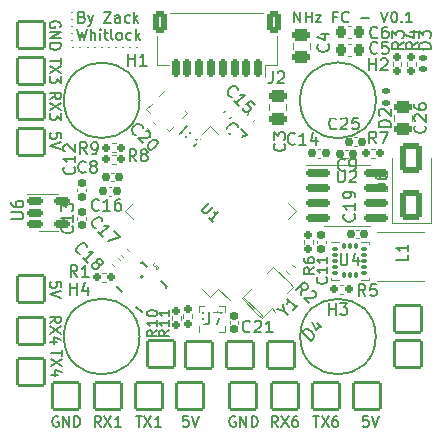
<source format=gbr>
%TF.GenerationSoftware,KiCad,Pcbnew,7.0.6-7.0.6~ubuntu22.04.1*%
%TF.CreationDate,2023-07-18T23:37:18-07:00*%
%TF.ProjectId,NHz_F4_FC,4e487a5f-4634-45f4-9643-2e6b69636164,rev?*%
%TF.SameCoordinates,Original*%
%TF.FileFunction,Legend,Top*%
%TF.FilePolarity,Positive*%
%FSLAX46Y46*%
G04 Gerber Fmt 4.6, Leading zero omitted, Abs format (unit mm)*
G04 Created by KiCad (PCBNEW 7.0.6-7.0.6~ubuntu22.04.1) date 2023-07-18 23:37:18*
%MOMM*%
%LPD*%
G01*
G04 APERTURE LIST*
G04 Aperture macros list*
%AMRoundRect*
0 Rectangle with rounded corners*
0 $1 Rounding radius*
0 $2 $3 $4 $5 $6 $7 $8 $9 X,Y pos of 4 corners*
0 Add a 4 corners polygon primitive as box body*
4,1,4,$2,$3,$4,$5,$6,$7,$8,$9,$2,$3,0*
0 Add four circle primitives for the rounded corners*
1,1,$1+$1,$2,$3*
1,1,$1+$1,$4,$5*
1,1,$1+$1,$6,$7*
1,1,$1+$1,$8,$9*
0 Add four rect primitives between the rounded corners*
20,1,$1+$1,$2,$3,$4,$5,0*
20,1,$1+$1,$4,$5,$6,$7,0*
20,1,$1+$1,$6,$7,$8,$9,0*
20,1,$1+$1,$8,$9,$2,$3,0*%
%AMRotRect*
0 Rectangle, with rotation*
0 The origin of the aperture is its center*
0 $1 length*
0 $2 width*
0 $3 Rotation angle, in degrees counterclockwise*
0 Add horizontal line*
21,1,$1,$2,0,0,$3*%
G04 Aperture macros list end*
%ADD10C,0.150000*%
%ADD11C,0.080140*%
%ADD12C,0.120000*%
%ADD13C,0.100000*%
%ADD14C,0.177800*%
%ADD15C,0.127000*%
%ADD16RoundRect,0.150000X-0.512500X-0.150000X0.512500X-0.150000X0.512500X0.150000X-0.512500X0.150000X0*%
%ADD17RoundRect,0.087500X-0.187500X-0.087500X0.187500X-0.087500X0.187500X0.087500X-0.187500X0.087500X0*%
%ADD18RoundRect,0.087500X-0.087500X-0.187500X0.087500X-0.187500X0.087500X0.187500X-0.087500X0.187500X0*%
%ADD19RoundRect,0.155000X-0.212500X-0.155000X0.212500X-0.155000X0.212500X0.155000X-0.212500X0.155000X0*%
%ADD20RoundRect,0.125000X-1.125000X-1.125000X1.125000X-1.125000X1.125000X1.125000X-1.125000X1.125000X0*%
%ADD21RoundRect,0.160000X0.160000X-0.197500X0.160000X0.197500X-0.160000X0.197500X-0.160000X-0.197500X0*%
%ADD22R,1.150000X3.600000*%
%ADD23RoundRect,0.155000X0.155000X-0.212500X0.155000X0.212500X-0.155000X0.212500X-0.155000X-0.212500X0*%
%ADD24RoundRect,0.160000X0.252791X-0.026517X-0.026517X0.252791X-0.252791X0.026517X0.026517X-0.252791X0*%
%ADD25RoundRect,0.147500X-0.172500X0.147500X-0.172500X-0.147500X0.172500X-0.147500X0.172500X0.147500X0*%
%ADD26RoundRect,0.155000X-0.259862X0.040659X0.040659X-0.259862X0.259862X-0.040659X-0.040659X0.259862X0*%
%ADD27C,3.200000*%
%ADD28RoundRect,0.250000X0.475000X-0.250000X0.475000X0.250000X-0.475000X0.250000X-0.475000X-0.250000X0*%
%ADD29RoundRect,0.160000X-0.160000X0.197500X-0.160000X-0.197500X0.160000X-0.197500X0.160000X0.197500X0*%
%ADD30RoundRect,0.250000X0.650000X-1.000000X0.650000X1.000000X-0.650000X1.000000X-0.650000X-1.000000X0*%
%ADD31RoundRect,0.155000X0.040659X0.259862X-0.259862X-0.040659X-0.040659X-0.259862X0.259862X0.040659X0*%
%ADD32RoundRect,0.250000X-0.475000X0.250000X-0.475000X-0.250000X0.475000X-0.250000X0.475000X0.250000X0*%
%ADD33RoundRect,0.155000X0.212500X0.155000X-0.212500X0.155000X-0.212500X-0.155000X0.212500X-0.155000X0*%
%ADD34RotRect,0.500000X0.350000X45.000000*%
%ADD35RoundRect,0.160000X-0.197500X-0.160000X0.197500X-0.160000X0.197500X0.160000X-0.197500X0.160000X0*%
%ADD36RoundRect,0.225000X-0.225000X-0.250000X0.225000X-0.250000X0.225000X0.250000X-0.225000X0.250000X0*%
%ADD37RoundRect,0.160000X0.197500X0.160000X-0.197500X0.160000X-0.197500X-0.160000X0.197500X-0.160000X0*%
%ADD38RotRect,0.400000X1.900000X45.000000*%
%ADD39RoundRect,0.155000X0.259862X-0.040659X-0.040659X0.259862X-0.259862X0.040659X0.040659X-0.259862X0*%
%ADD40RoundRect,0.150000X0.150000X0.625000X-0.150000X0.625000X-0.150000X-0.625000X0.150000X-0.625000X0*%
%ADD41RoundRect,0.250000X0.350000X0.650000X-0.350000X0.650000X-0.350000X-0.650000X0.350000X-0.650000X0*%
%ADD42RoundRect,0.150000X-0.825000X-0.150000X0.825000X-0.150000X0.825000X0.150000X-0.825000X0.150000X0*%
%ADD43RoundRect,0.147500X-0.017678X0.226274X-0.226274X0.017678X0.017678X-0.226274X0.226274X-0.017678X0*%
%ADD44RoundRect,0.075000X0.548008X-0.441942X-0.441942X0.548008X-0.548008X0.441942X0.441942X-0.548008X0*%
%ADD45RoundRect,0.075000X0.548008X0.441942X0.441942X0.548008X-0.548008X-0.441942X-0.441942X-0.548008X0*%
%ADD46RoundRect,0.155000X-0.040659X-0.259862X0.259862X0.040659X0.040659X0.259862X-0.259862X-0.040659X0*%
%ADD47RoundRect,0.155000X-0.155000X0.212500X-0.155000X-0.212500X0.155000X-0.212500X0.155000X0.212500X0*%
%ADD48RotRect,0.300000X0.800000X225.000000*%
%ADD49RotRect,0.300000X0.800000X315.000000*%
%ADD50RotRect,0.300000X0.800000X45.000000*%
%ADD51RotRect,0.300000X0.800000X135.000000*%
%ADD52R,0.350000X0.375000*%
%ADD53R,0.375000X0.350000*%
%ADD54C,0.600000*%
%ADD55O,1.700000X1.000000*%
%ADD56O,1.700000X0.850000*%
G04 APERTURE END LIST*
D10*
X123201562Y-40000000D02*
G75*
G03*
X123201562Y-40000000I-3201562J0D01*
G01*
X123000000Y-35500000D02*
X123000000Y-35500000D01*
X122400000Y-35500000D02*
X122400000Y-35500000D01*
X121800000Y-35500000D02*
X121800000Y-35500000D01*
X121200000Y-35500000D02*
X121200000Y-35500000D01*
X120600000Y-35500000D02*
X120600000Y-35500000D01*
X120000000Y-35500000D02*
X120000000Y-35500000D01*
X119400000Y-35500000D02*
X119400000Y-35500000D01*
X118800000Y-35500000D02*
X118800000Y-35500000D01*
X118200000Y-35500000D02*
X118200000Y-35500000D01*
X117600000Y-35500000D02*
X117600000Y-35500000D01*
X123206244Y-60000000D02*
G75*
G03*
X123206244Y-60000000I-3206244J0D01*
G01*
X117500000Y-32500000D02*
X117500000Y-32500000D01*
X117500000Y-33100000D02*
X117500000Y-33100000D01*
X117500000Y-33700000D02*
X117500000Y-33700000D01*
X117500000Y-34300000D02*
X117500000Y-34300000D01*
X117500000Y-34900000D02*
X117500000Y-34900000D01*
X143200000Y-60000000D02*
G75*
G03*
X143200000Y-60000000I-3200000J0D01*
G01*
X143214032Y-40000000D02*
G75*
G03*
X143214032Y-40000000I-3214032J0D01*
G01*
X116613584Y-61169903D02*
X116613584Y-61684189D01*
X115713584Y-61427046D02*
X116613584Y-61427046D01*
X116613584Y-61898474D02*
X115713584Y-62498474D01*
X116613584Y-62498474D02*
X115713584Y-61898474D01*
X116313584Y-63227046D02*
X115713584Y-63227046D01*
X116656442Y-63012760D02*
X116013584Y-62798474D01*
X116013584Y-62798474D02*
X116013584Y-63355617D01*
X119921428Y-67632057D02*
X119621428Y-67203485D01*
X119407142Y-67632057D02*
X119407142Y-66732057D01*
X119407142Y-66732057D02*
X119749999Y-66732057D01*
X119749999Y-66732057D02*
X119835714Y-66774914D01*
X119835714Y-66774914D02*
X119878571Y-66817771D01*
X119878571Y-66817771D02*
X119921428Y-66903485D01*
X119921428Y-66903485D02*
X119921428Y-67032057D01*
X119921428Y-67032057D02*
X119878571Y-67117771D01*
X119878571Y-67117771D02*
X119835714Y-67160628D01*
X119835714Y-67160628D02*
X119749999Y-67203485D01*
X119749999Y-67203485D02*
X119407142Y-67203485D01*
X120221428Y-66732057D02*
X120821428Y-67632057D01*
X120821428Y-66732057D02*
X120221428Y-67632057D01*
X121635714Y-67632057D02*
X121121428Y-67632057D01*
X121378571Y-67632057D02*
X121378571Y-66732057D01*
X121378571Y-66732057D02*
X121292857Y-66860628D01*
X121292857Y-66860628D02*
X121207142Y-66946342D01*
X121207142Y-66946342D02*
X121121428Y-66989200D01*
X116517942Y-36385714D02*
X116517942Y-36900000D01*
X115617942Y-36642857D02*
X116517942Y-36642857D01*
X116517942Y-37114285D02*
X115617942Y-37714285D01*
X116517942Y-37714285D02*
X115617942Y-37114285D01*
X116517942Y-37971428D02*
X116517942Y-38528571D01*
X116517942Y-38528571D02*
X116175085Y-38228571D01*
X116175085Y-38228571D02*
X116175085Y-38357142D01*
X116175085Y-38357142D02*
X116132228Y-38442857D01*
X116132228Y-38442857D02*
X116089371Y-38485714D01*
X116089371Y-38485714D02*
X116003657Y-38528571D01*
X116003657Y-38528571D02*
X115789371Y-38528571D01*
X115789371Y-38528571D02*
X115703657Y-38485714D01*
X115703657Y-38485714D02*
X115660800Y-38442857D01*
X115660800Y-38442857D02*
X115617942Y-38357142D01*
X115617942Y-38357142D02*
X115617942Y-38099999D01*
X115617942Y-38099999D02*
X115660800Y-38014285D01*
X115660800Y-38014285D02*
X115703657Y-37971428D01*
X116517942Y-43228571D02*
X116517942Y-42799999D01*
X116517942Y-42799999D02*
X116089371Y-42757142D01*
X116089371Y-42757142D02*
X116132228Y-42799999D01*
X116132228Y-42799999D02*
X116175085Y-42885714D01*
X116175085Y-42885714D02*
X116175085Y-43099999D01*
X116175085Y-43099999D02*
X116132228Y-43185714D01*
X116132228Y-43185714D02*
X116089371Y-43228571D01*
X116089371Y-43228571D02*
X116003657Y-43271428D01*
X116003657Y-43271428D02*
X115789371Y-43271428D01*
X115789371Y-43271428D02*
X115703657Y-43228571D01*
X115703657Y-43228571D02*
X115660800Y-43185714D01*
X115660800Y-43185714D02*
X115617942Y-43099999D01*
X115617942Y-43099999D02*
X115617942Y-42885714D01*
X115617942Y-42885714D02*
X115660800Y-42799999D01*
X115660800Y-42799999D02*
X115703657Y-42757142D01*
X116517942Y-43528571D02*
X115617942Y-43828571D01*
X115617942Y-43828571D02*
X116517942Y-44128571D01*
X118332203Y-32941646D02*
X118460775Y-32984503D01*
X118460775Y-32984503D02*
X118503632Y-33027360D01*
X118503632Y-33027360D02*
X118546489Y-33113075D01*
X118546489Y-33113075D02*
X118546489Y-33241646D01*
X118546489Y-33241646D02*
X118503632Y-33327360D01*
X118503632Y-33327360D02*
X118460775Y-33370218D01*
X118460775Y-33370218D02*
X118375060Y-33413075D01*
X118375060Y-33413075D02*
X118032203Y-33413075D01*
X118032203Y-33413075D02*
X118032203Y-32513075D01*
X118032203Y-32513075D02*
X118332203Y-32513075D01*
X118332203Y-32513075D02*
X118417918Y-32555932D01*
X118417918Y-32555932D02*
X118460775Y-32598789D01*
X118460775Y-32598789D02*
X118503632Y-32684503D01*
X118503632Y-32684503D02*
X118503632Y-32770218D01*
X118503632Y-32770218D02*
X118460775Y-32855932D01*
X118460775Y-32855932D02*
X118417918Y-32898789D01*
X118417918Y-32898789D02*
X118332203Y-32941646D01*
X118332203Y-32941646D02*
X118032203Y-32941646D01*
X118846489Y-32813075D02*
X119060775Y-33413075D01*
X119275060Y-32813075D02*
X119060775Y-33413075D01*
X119060775Y-33413075D02*
X118975060Y-33627360D01*
X118975060Y-33627360D02*
X118932203Y-33670218D01*
X118932203Y-33670218D02*
X118846489Y-33713075D01*
X120217917Y-32513075D02*
X120817917Y-32513075D01*
X120817917Y-32513075D02*
X120217917Y-33413075D01*
X120217917Y-33413075D02*
X120817917Y-33413075D01*
X121546489Y-33413075D02*
X121546489Y-32941646D01*
X121546489Y-32941646D02*
X121503631Y-32855932D01*
X121503631Y-32855932D02*
X121417917Y-32813075D01*
X121417917Y-32813075D02*
X121246489Y-32813075D01*
X121246489Y-32813075D02*
X121160774Y-32855932D01*
X121546489Y-33370218D02*
X121460774Y-33413075D01*
X121460774Y-33413075D02*
X121246489Y-33413075D01*
X121246489Y-33413075D02*
X121160774Y-33370218D01*
X121160774Y-33370218D02*
X121117917Y-33284503D01*
X121117917Y-33284503D02*
X121117917Y-33198789D01*
X121117917Y-33198789D02*
X121160774Y-33113075D01*
X121160774Y-33113075D02*
X121246489Y-33070218D01*
X121246489Y-33070218D02*
X121460774Y-33070218D01*
X121460774Y-33070218D02*
X121546489Y-33027360D01*
X122360775Y-33370218D02*
X122275060Y-33413075D01*
X122275060Y-33413075D02*
X122103632Y-33413075D01*
X122103632Y-33413075D02*
X122017917Y-33370218D01*
X122017917Y-33370218D02*
X121975060Y-33327360D01*
X121975060Y-33327360D02*
X121932203Y-33241646D01*
X121932203Y-33241646D02*
X121932203Y-32984503D01*
X121932203Y-32984503D02*
X121975060Y-32898789D01*
X121975060Y-32898789D02*
X122017917Y-32855932D01*
X122017917Y-32855932D02*
X122103632Y-32813075D01*
X122103632Y-32813075D02*
X122275060Y-32813075D01*
X122275060Y-32813075D02*
X122360775Y-32855932D01*
X122746489Y-33413075D02*
X122746489Y-32513075D01*
X122832204Y-33070218D02*
X123089346Y-33413075D01*
X123089346Y-32813075D02*
X122746489Y-33155932D01*
X117946489Y-33962075D02*
X118160775Y-34862075D01*
X118160775Y-34862075D02*
X118332203Y-34219218D01*
X118332203Y-34219218D02*
X118503632Y-34862075D01*
X118503632Y-34862075D02*
X118717918Y-33962075D01*
X119060774Y-34862075D02*
X119060774Y-33962075D01*
X119446489Y-34862075D02*
X119446489Y-34390646D01*
X119446489Y-34390646D02*
X119403631Y-34304932D01*
X119403631Y-34304932D02*
X119317917Y-34262075D01*
X119317917Y-34262075D02*
X119189346Y-34262075D01*
X119189346Y-34262075D02*
X119103631Y-34304932D01*
X119103631Y-34304932D02*
X119060774Y-34347789D01*
X119875060Y-34862075D02*
X119875060Y-34262075D01*
X119875060Y-33962075D02*
X119832203Y-34004932D01*
X119832203Y-34004932D02*
X119875060Y-34047789D01*
X119875060Y-34047789D02*
X119917917Y-34004932D01*
X119917917Y-34004932D02*
X119875060Y-33962075D01*
X119875060Y-33962075D02*
X119875060Y-34047789D01*
X120175060Y-34262075D02*
X120517917Y-34262075D01*
X120303631Y-33962075D02*
X120303631Y-34733503D01*
X120303631Y-34733503D02*
X120346488Y-34819218D01*
X120346488Y-34819218D02*
X120432203Y-34862075D01*
X120432203Y-34862075D02*
X120517917Y-34862075D01*
X120946489Y-34862075D02*
X120860774Y-34819218D01*
X120860774Y-34819218D02*
X120817917Y-34733503D01*
X120817917Y-34733503D02*
X120817917Y-33962075D01*
X121417918Y-34862075D02*
X121332203Y-34819218D01*
X121332203Y-34819218D02*
X121289346Y-34776360D01*
X121289346Y-34776360D02*
X121246489Y-34690646D01*
X121246489Y-34690646D02*
X121246489Y-34433503D01*
X121246489Y-34433503D02*
X121289346Y-34347789D01*
X121289346Y-34347789D02*
X121332203Y-34304932D01*
X121332203Y-34304932D02*
X121417918Y-34262075D01*
X121417918Y-34262075D02*
X121546489Y-34262075D01*
X121546489Y-34262075D02*
X121632203Y-34304932D01*
X121632203Y-34304932D02*
X121675061Y-34347789D01*
X121675061Y-34347789D02*
X121717918Y-34433503D01*
X121717918Y-34433503D02*
X121717918Y-34690646D01*
X121717918Y-34690646D02*
X121675061Y-34776360D01*
X121675061Y-34776360D02*
X121632203Y-34819218D01*
X121632203Y-34819218D02*
X121546489Y-34862075D01*
X121546489Y-34862075D02*
X121417918Y-34862075D01*
X122489347Y-34819218D02*
X122403632Y-34862075D01*
X122403632Y-34862075D02*
X122232204Y-34862075D01*
X122232204Y-34862075D02*
X122146489Y-34819218D01*
X122146489Y-34819218D02*
X122103632Y-34776360D01*
X122103632Y-34776360D02*
X122060775Y-34690646D01*
X122060775Y-34690646D02*
X122060775Y-34433503D01*
X122060775Y-34433503D02*
X122103632Y-34347789D01*
X122103632Y-34347789D02*
X122146489Y-34304932D01*
X122146489Y-34304932D02*
X122232204Y-34262075D01*
X122232204Y-34262075D02*
X122403632Y-34262075D01*
X122403632Y-34262075D02*
X122489347Y-34304932D01*
X122875061Y-34862075D02*
X122875061Y-33962075D01*
X122960776Y-34519218D02*
X123217918Y-34862075D01*
X123217918Y-34262075D02*
X122875061Y-34604932D01*
X131314286Y-66774914D02*
X131228572Y-66732057D01*
X131228572Y-66732057D02*
X131100000Y-66732057D01*
X131100000Y-66732057D02*
X130971429Y-66774914D01*
X130971429Y-66774914D02*
X130885714Y-66860628D01*
X130885714Y-66860628D02*
X130842857Y-66946342D01*
X130842857Y-66946342D02*
X130800000Y-67117771D01*
X130800000Y-67117771D02*
X130800000Y-67246342D01*
X130800000Y-67246342D02*
X130842857Y-67417771D01*
X130842857Y-67417771D02*
X130885714Y-67503485D01*
X130885714Y-67503485D02*
X130971429Y-67589200D01*
X130971429Y-67589200D02*
X131100000Y-67632057D01*
X131100000Y-67632057D02*
X131185714Y-67632057D01*
X131185714Y-67632057D02*
X131314286Y-67589200D01*
X131314286Y-67589200D02*
X131357143Y-67546342D01*
X131357143Y-67546342D02*
X131357143Y-67246342D01*
X131357143Y-67246342D02*
X131185714Y-67246342D01*
X131742857Y-67632057D02*
X131742857Y-66732057D01*
X131742857Y-66732057D02*
X132257143Y-67632057D01*
X132257143Y-67632057D02*
X132257143Y-66732057D01*
X132685714Y-67632057D02*
X132685714Y-66732057D01*
X132685714Y-66732057D02*
X132900000Y-66732057D01*
X132900000Y-66732057D02*
X133028571Y-66774914D01*
X133028571Y-66774914D02*
X133114286Y-66860628D01*
X133114286Y-66860628D02*
X133157143Y-66946342D01*
X133157143Y-66946342D02*
X133200000Y-67117771D01*
X133200000Y-67117771D02*
X133200000Y-67246342D01*
X133200000Y-67246342D02*
X133157143Y-67417771D01*
X133157143Y-67417771D02*
X133114286Y-67503485D01*
X133114286Y-67503485D02*
X133028571Y-67589200D01*
X133028571Y-67589200D02*
X132900000Y-67632057D01*
X132900000Y-67632057D02*
X132685714Y-67632057D01*
X115617942Y-58845531D02*
X116046514Y-58545531D01*
X115617942Y-58331245D02*
X116517942Y-58331245D01*
X116517942Y-58331245D02*
X116517942Y-58674102D01*
X116517942Y-58674102D02*
X116475085Y-58759817D01*
X116475085Y-58759817D02*
X116432228Y-58802674D01*
X116432228Y-58802674D02*
X116346514Y-58845531D01*
X116346514Y-58845531D02*
X116217942Y-58845531D01*
X116217942Y-58845531D02*
X116132228Y-58802674D01*
X116132228Y-58802674D02*
X116089371Y-58759817D01*
X116089371Y-58759817D02*
X116046514Y-58674102D01*
X116046514Y-58674102D02*
X116046514Y-58331245D01*
X116517942Y-59145531D02*
X115617942Y-59745531D01*
X116517942Y-59745531D02*
X115617942Y-59145531D01*
X116217942Y-60474103D02*
X115617942Y-60474103D01*
X116560800Y-60259817D02*
X115917942Y-60045531D01*
X115917942Y-60045531D02*
X115917942Y-60602674D01*
X116314286Y-66774914D02*
X116228572Y-66732057D01*
X116228572Y-66732057D02*
X116100000Y-66732057D01*
X116100000Y-66732057D02*
X115971429Y-66774914D01*
X115971429Y-66774914D02*
X115885714Y-66860628D01*
X115885714Y-66860628D02*
X115842857Y-66946342D01*
X115842857Y-66946342D02*
X115800000Y-67117771D01*
X115800000Y-67117771D02*
X115800000Y-67246342D01*
X115800000Y-67246342D02*
X115842857Y-67417771D01*
X115842857Y-67417771D02*
X115885714Y-67503485D01*
X115885714Y-67503485D02*
X115971429Y-67589200D01*
X115971429Y-67589200D02*
X116100000Y-67632057D01*
X116100000Y-67632057D02*
X116185714Y-67632057D01*
X116185714Y-67632057D02*
X116314286Y-67589200D01*
X116314286Y-67589200D02*
X116357143Y-67546342D01*
X116357143Y-67546342D02*
X116357143Y-67246342D01*
X116357143Y-67246342D02*
X116185714Y-67246342D01*
X116742857Y-67632057D02*
X116742857Y-66732057D01*
X116742857Y-66732057D02*
X117257143Y-67632057D01*
X117257143Y-67632057D02*
X117257143Y-66732057D01*
X117685714Y-67632057D02*
X117685714Y-66732057D01*
X117685714Y-66732057D02*
X117900000Y-66732057D01*
X117900000Y-66732057D02*
X118028571Y-66774914D01*
X118028571Y-66774914D02*
X118114286Y-66860628D01*
X118114286Y-66860628D02*
X118157143Y-66946342D01*
X118157143Y-66946342D02*
X118200000Y-67117771D01*
X118200000Y-67117771D02*
X118200000Y-67246342D01*
X118200000Y-67246342D02*
X118157143Y-67417771D01*
X118157143Y-67417771D02*
X118114286Y-67503485D01*
X118114286Y-67503485D02*
X118028571Y-67589200D01*
X118028571Y-67589200D02*
X117900000Y-67632057D01*
X117900000Y-67632057D02*
X117685714Y-67632057D01*
X116475085Y-33814286D02*
X116517942Y-33728572D01*
X116517942Y-33728572D02*
X116517942Y-33600000D01*
X116517942Y-33600000D02*
X116475085Y-33471429D01*
X116475085Y-33471429D02*
X116389371Y-33385714D01*
X116389371Y-33385714D02*
X116303657Y-33342857D01*
X116303657Y-33342857D02*
X116132228Y-33300000D01*
X116132228Y-33300000D02*
X116003657Y-33300000D01*
X116003657Y-33300000D02*
X115832228Y-33342857D01*
X115832228Y-33342857D02*
X115746514Y-33385714D01*
X115746514Y-33385714D02*
X115660800Y-33471429D01*
X115660800Y-33471429D02*
X115617942Y-33600000D01*
X115617942Y-33600000D02*
X115617942Y-33685714D01*
X115617942Y-33685714D02*
X115660800Y-33814286D01*
X115660800Y-33814286D02*
X115703657Y-33857143D01*
X115703657Y-33857143D02*
X116003657Y-33857143D01*
X116003657Y-33857143D02*
X116003657Y-33685714D01*
X115617942Y-34242857D02*
X116517942Y-34242857D01*
X116517942Y-34242857D02*
X115617942Y-34757143D01*
X115617942Y-34757143D02*
X116517942Y-34757143D01*
X115617942Y-35185714D02*
X116517942Y-35185714D01*
X116517942Y-35185714D02*
X116517942Y-35400000D01*
X116517942Y-35400000D02*
X116475085Y-35528571D01*
X116475085Y-35528571D02*
X116389371Y-35614286D01*
X116389371Y-35614286D02*
X116303657Y-35657143D01*
X116303657Y-35657143D02*
X116132228Y-35700000D01*
X116132228Y-35700000D02*
X116003657Y-35700000D01*
X116003657Y-35700000D02*
X115832228Y-35657143D01*
X115832228Y-35657143D02*
X115746514Y-35614286D01*
X115746514Y-35614286D02*
X115660800Y-35528571D01*
X115660800Y-35528571D02*
X115617942Y-35400000D01*
X115617942Y-35400000D02*
X115617942Y-35185714D01*
X127328571Y-66732057D02*
X126899999Y-66732057D01*
X126899999Y-66732057D02*
X126857142Y-67160628D01*
X126857142Y-67160628D02*
X126899999Y-67117771D01*
X126899999Y-67117771D02*
X126985714Y-67074914D01*
X126985714Y-67074914D02*
X127199999Y-67074914D01*
X127199999Y-67074914D02*
X127285714Y-67117771D01*
X127285714Y-67117771D02*
X127328571Y-67160628D01*
X127328571Y-67160628D02*
X127371428Y-67246342D01*
X127371428Y-67246342D02*
X127371428Y-67460628D01*
X127371428Y-67460628D02*
X127328571Y-67546342D01*
X127328571Y-67546342D02*
X127285714Y-67589200D01*
X127285714Y-67589200D02*
X127199999Y-67632057D01*
X127199999Y-67632057D02*
X126985714Y-67632057D01*
X126985714Y-67632057D02*
X126899999Y-67589200D01*
X126899999Y-67589200D02*
X126857142Y-67546342D01*
X127628571Y-66732057D02*
X127928571Y-67632057D01*
X127928571Y-67632057D02*
X128228571Y-66732057D01*
X116517942Y-55828571D02*
X116517942Y-55399999D01*
X116517942Y-55399999D02*
X116089371Y-55357142D01*
X116089371Y-55357142D02*
X116132228Y-55399999D01*
X116132228Y-55399999D02*
X116175085Y-55485714D01*
X116175085Y-55485714D02*
X116175085Y-55699999D01*
X116175085Y-55699999D02*
X116132228Y-55785714D01*
X116132228Y-55785714D02*
X116089371Y-55828571D01*
X116089371Y-55828571D02*
X116003657Y-55871428D01*
X116003657Y-55871428D02*
X115789371Y-55871428D01*
X115789371Y-55871428D02*
X115703657Y-55828571D01*
X115703657Y-55828571D02*
X115660800Y-55785714D01*
X115660800Y-55785714D02*
X115617942Y-55699999D01*
X115617942Y-55699999D02*
X115617942Y-55485714D01*
X115617942Y-55485714D02*
X115660800Y-55399999D01*
X115660800Y-55399999D02*
X115703657Y-55357142D01*
X116517942Y-56128571D02*
X115617942Y-56428571D01*
X115617942Y-56428571D02*
X116517942Y-56728571D01*
X115617942Y-39921428D02*
X116046514Y-39621428D01*
X115617942Y-39407142D02*
X116517942Y-39407142D01*
X116517942Y-39407142D02*
X116517942Y-39749999D01*
X116517942Y-39749999D02*
X116475085Y-39835714D01*
X116475085Y-39835714D02*
X116432228Y-39878571D01*
X116432228Y-39878571D02*
X116346514Y-39921428D01*
X116346514Y-39921428D02*
X116217942Y-39921428D01*
X116217942Y-39921428D02*
X116132228Y-39878571D01*
X116132228Y-39878571D02*
X116089371Y-39835714D01*
X116089371Y-39835714D02*
X116046514Y-39749999D01*
X116046514Y-39749999D02*
X116046514Y-39407142D01*
X116517942Y-40221428D02*
X115617942Y-40821428D01*
X116517942Y-40821428D02*
X115617942Y-40221428D01*
X116517942Y-41078571D02*
X116517942Y-41635714D01*
X116517942Y-41635714D02*
X116175085Y-41335714D01*
X116175085Y-41335714D02*
X116175085Y-41464285D01*
X116175085Y-41464285D02*
X116132228Y-41550000D01*
X116132228Y-41550000D02*
X116089371Y-41592857D01*
X116089371Y-41592857D02*
X116003657Y-41635714D01*
X116003657Y-41635714D02*
X115789371Y-41635714D01*
X115789371Y-41635714D02*
X115703657Y-41592857D01*
X115703657Y-41592857D02*
X115660800Y-41550000D01*
X115660800Y-41550000D02*
X115617942Y-41464285D01*
X115617942Y-41464285D02*
X115617942Y-41207142D01*
X115617942Y-41207142D02*
X115660800Y-41121428D01*
X115660800Y-41121428D02*
X115703657Y-41078571D01*
X134921428Y-67632057D02*
X134621428Y-67203485D01*
X134407142Y-67632057D02*
X134407142Y-66732057D01*
X134407142Y-66732057D02*
X134749999Y-66732057D01*
X134749999Y-66732057D02*
X134835714Y-66774914D01*
X134835714Y-66774914D02*
X134878571Y-66817771D01*
X134878571Y-66817771D02*
X134921428Y-66903485D01*
X134921428Y-66903485D02*
X134921428Y-67032057D01*
X134921428Y-67032057D02*
X134878571Y-67117771D01*
X134878571Y-67117771D02*
X134835714Y-67160628D01*
X134835714Y-67160628D02*
X134749999Y-67203485D01*
X134749999Y-67203485D02*
X134407142Y-67203485D01*
X135221428Y-66732057D02*
X135821428Y-67632057D01*
X135821428Y-66732057D02*
X135221428Y-67632057D01*
X136550000Y-66732057D02*
X136378571Y-66732057D01*
X136378571Y-66732057D02*
X136292857Y-66774914D01*
X136292857Y-66774914D02*
X136250000Y-66817771D01*
X136250000Y-66817771D02*
X136164285Y-66946342D01*
X136164285Y-66946342D02*
X136121428Y-67117771D01*
X136121428Y-67117771D02*
X136121428Y-67460628D01*
X136121428Y-67460628D02*
X136164285Y-67546342D01*
X136164285Y-67546342D02*
X136207142Y-67589200D01*
X136207142Y-67589200D02*
X136292857Y-67632057D01*
X136292857Y-67632057D02*
X136464285Y-67632057D01*
X136464285Y-67632057D02*
X136550000Y-67589200D01*
X136550000Y-67589200D02*
X136592857Y-67546342D01*
X136592857Y-67546342D02*
X136635714Y-67460628D01*
X136635714Y-67460628D02*
X136635714Y-67246342D01*
X136635714Y-67246342D02*
X136592857Y-67160628D01*
X136592857Y-67160628D02*
X136550000Y-67117771D01*
X136550000Y-67117771D02*
X136464285Y-67074914D01*
X136464285Y-67074914D02*
X136292857Y-67074914D01*
X136292857Y-67074914D02*
X136207142Y-67117771D01*
X136207142Y-67117771D02*
X136164285Y-67160628D01*
X136164285Y-67160628D02*
X136121428Y-67246342D01*
X122885714Y-66732057D02*
X123400000Y-66732057D01*
X123142857Y-67632057D02*
X123142857Y-66732057D01*
X123614285Y-66732057D02*
X124214285Y-67632057D01*
X124214285Y-66732057D02*
X123614285Y-67632057D01*
X125028571Y-67632057D02*
X124514285Y-67632057D01*
X124771428Y-67632057D02*
X124771428Y-66732057D01*
X124771428Y-66732057D02*
X124685714Y-66860628D01*
X124685714Y-66860628D02*
X124599999Y-66946342D01*
X124599999Y-66946342D02*
X124514285Y-66989200D01*
X137885714Y-66732057D02*
X138400000Y-66732057D01*
X138142857Y-67632057D02*
X138142857Y-66732057D01*
X138614285Y-66732057D02*
X139214285Y-67632057D01*
X139214285Y-66732057D02*
X138614285Y-67632057D01*
X139942857Y-66732057D02*
X139771428Y-66732057D01*
X139771428Y-66732057D02*
X139685714Y-66774914D01*
X139685714Y-66774914D02*
X139642857Y-66817771D01*
X139642857Y-66817771D02*
X139557142Y-66946342D01*
X139557142Y-66946342D02*
X139514285Y-67117771D01*
X139514285Y-67117771D02*
X139514285Y-67460628D01*
X139514285Y-67460628D02*
X139557142Y-67546342D01*
X139557142Y-67546342D02*
X139599999Y-67589200D01*
X139599999Y-67589200D02*
X139685714Y-67632057D01*
X139685714Y-67632057D02*
X139857142Y-67632057D01*
X139857142Y-67632057D02*
X139942857Y-67589200D01*
X139942857Y-67589200D02*
X139985714Y-67546342D01*
X139985714Y-67546342D02*
X140028571Y-67460628D01*
X140028571Y-67460628D02*
X140028571Y-67246342D01*
X140028571Y-67246342D02*
X139985714Y-67160628D01*
X139985714Y-67160628D02*
X139942857Y-67117771D01*
X139942857Y-67117771D02*
X139857142Y-67074914D01*
X139857142Y-67074914D02*
X139685714Y-67074914D01*
X139685714Y-67074914D02*
X139599999Y-67117771D01*
X139599999Y-67117771D02*
X139557142Y-67160628D01*
X139557142Y-67160628D02*
X139514285Y-67246342D01*
X142578571Y-66732057D02*
X142149999Y-66732057D01*
X142149999Y-66732057D02*
X142107142Y-67160628D01*
X142107142Y-67160628D02*
X142149999Y-67117771D01*
X142149999Y-67117771D02*
X142235714Y-67074914D01*
X142235714Y-67074914D02*
X142449999Y-67074914D01*
X142449999Y-67074914D02*
X142535714Y-67117771D01*
X142535714Y-67117771D02*
X142578571Y-67160628D01*
X142578571Y-67160628D02*
X142621428Y-67246342D01*
X142621428Y-67246342D02*
X142621428Y-67460628D01*
X142621428Y-67460628D02*
X142578571Y-67546342D01*
X142578571Y-67546342D02*
X142535714Y-67589200D01*
X142535714Y-67589200D02*
X142449999Y-67632057D01*
X142449999Y-67632057D02*
X142235714Y-67632057D01*
X142235714Y-67632057D02*
X142149999Y-67589200D01*
X142149999Y-67589200D02*
X142107142Y-67546342D01*
X142878571Y-66732057D02*
X143178571Y-67632057D01*
X143178571Y-67632057D02*
X143478571Y-66732057D01*
X136312969Y-33382057D02*
X136312969Y-32482057D01*
X136312969Y-32482057D02*
X136827255Y-33382057D01*
X136827255Y-33382057D02*
X136827255Y-32482057D01*
X137255826Y-33382057D02*
X137255826Y-32482057D01*
X137255826Y-32910628D02*
X137770112Y-32910628D01*
X137770112Y-33382057D02*
X137770112Y-32482057D01*
X138112969Y-32782057D02*
X138584398Y-32782057D01*
X138584398Y-32782057D02*
X138112969Y-33382057D01*
X138112969Y-33382057D02*
X138584398Y-33382057D01*
X139912968Y-32910628D02*
X139612968Y-32910628D01*
X139612968Y-33382057D02*
X139612968Y-32482057D01*
X139612968Y-32482057D02*
X140041540Y-32482057D01*
X140898683Y-33296342D02*
X140855826Y-33339200D01*
X140855826Y-33339200D02*
X140727254Y-33382057D01*
X140727254Y-33382057D02*
X140641540Y-33382057D01*
X140641540Y-33382057D02*
X140512969Y-33339200D01*
X140512969Y-33339200D02*
X140427254Y-33253485D01*
X140427254Y-33253485D02*
X140384397Y-33167771D01*
X140384397Y-33167771D02*
X140341540Y-32996342D01*
X140341540Y-32996342D02*
X140341540Y-32867771D01*
X140341540Y-32867771D02*
X140384397Y-32696342D01*
X140384397Y-32696342D02*
X140427254Y-32610628D01*
X140427254Y-32610628D02*
X140512969Y-32524914D01*
X140512969Y-32524914D02*
X140641540Y-32482057D01*
X140641540Y-32482057D02*
X140727254Y-32482057D01*
X140727254Y-32482057D02*
X140855826Y-32524914D01*
X140855826Y-32524914D02*
X140898683Y-32567771D01*
X141970111Y-33039200D02*
X142655826Y-33039200D01*
X143641540Y-32482057D02*
X143941540Y-33382057D01*
X143941540Y-33382057D02*
X144241540Y-32482057D01*
X144712969Y-32482057D02*
X144798683Y-32482057D01*
X144798683Y-32482057D02*
X144884397Y-32524914D01*
X144884397Y-32524914D02*
X144927255Y-32567771D01*
X144927255Y-32567771D02*
X144970112Y-32653485D01*
X144970112Y-32653485D02*
X145012969Y-32824914D01*
X145012969Y-32824914D02*
X145012969Y-33039200D01*
X145012969Y-33039200D02*
X144970112Y-33210628D01*
X144970112Y-33210628D02*
X144927255Y-33296342D01*
X144927255Y-33296342D02*
X144884397Y-33339200D01*
X144884397Y-33339200D02*
X144798683Y-33382057D01*
X144798683Y-33382057D02*
X144712969Y-33382057D01*
X144712969Y-33382057D02*
X144627255Y-33339200D01*
X144627255Y-33339200D02*
X144584397Y-33296342D01*
X144584397Y-33296342D02*
X144541540Y-33210628D01*
X144541540Y-33210628D02*
X144498683Y-33039200D01*
X144498683Y-33039200D02*
X144498683Y-32824914D01*
X144498683Y-32824914D02*
X144541540Y-32653485D01*
X144541540Y-32653485D02*
X144584397Y-32567771D01*
X144584397Y-32567771D02*
X144627255Y-32524914D01*
X144627255Y-32524914D02*
X144712969Y-32482057D01*
X145398683Y-33296342D02*
X145441540Y-33339200D01*
X145441540Y-33339200D02*
X145398683Y-33382057D01*
X145398683Y-33382057D02*
X145355826Y-33339200D01*
X145355826Y-33339200D02*
X145398683Y-33296342D01*
X145398683Y-33296342D02*
X145398683Y-33382057D01*
X146298683Y-33382057D02*
X145784397Y-33382057D01*
X146041540Y-33382057D02*
X146041540Y-32482057D01*
X146041540Y-32482057D02*
X145955826Y-32610628D01*
X145955826Y-32610628D02*
X145870111Y-32696342D01*
X145870111Y-32696342D02*
X145784397Y-32739200D01*
X112354819Y-50061904D02*
X113164342Y-50061904D01*
X113164342Y-50061904D02*
X113259580Y-50014285D01*
X113259580Y-50014285D02*
X113307200Y-49966666D01*
X113307200Y-49966666D02*
X113354819Y-49871428D01*
X113354819Y-49871428D02*
X113354819Y-49680952D01*
X113354819Y-49680952D02*
X113307200Y-49585714D01*
X113307200Y-49585714D02*
X113259580Y-49538095D01*
X113259580Y-49538095D02*
X113164342Y-49490476D01*
X113164342Y-49490476D02*
X112354819Y-49490476D01*
X112354819Y-48585714D02*
X112354819Y-48776190D01*
X112354819Y-48776190D02*
X112402438Y-48871428D01*
X112402438Y-48871428D02*
X112450057Y-48919047D01*
X112450057Y-48919047D02*
X112592914Y-49014285D01*
X112592914Y-49014285D02*
X112783390Y-49061904D01*
X112783390Y-49061904D02*
X113164342Y-49061904D01*
X113164342Y-49061904D02*
X113259580Y-49014285D01*
X113259580Y-49014285D02*
X113307200Y-48966666D01*
X113307200Y-48966666D02*
X113354819Y-48871428D01*
X113354819Y-48871428D02*
X113354819Y-48680952D01*
X113354819Y-48680952D02*
X113307200Y-48585714D01*
X113307200Y-48585714D02*
X113259580Y-48538095D01*
X113259580Y-48538095D02*
X113164342Y-48490476D01*
X113164342Y-48490476D02*
X112926247Y-48490476D01*
X112926247Y-48490476D02*
X112831009Y-48538095D01*
X112831009Y-48538095D02*
X112783390Y-48585714D01*
X112783390Y-48585714D02*
X112735771Y-48680952D01*
X112735771Y-48680952D02*
X112735771Y-48871428D01*
X112735771Y-48871428D02*
X112783390Y-48966666D01*
X112783390Y-48966666D02*
X112831009Y-49014285D01*
X112831009Y-49014285D02*
X112926247Y-49061904D01*
X140238095Y-52954819D02*
X140238095Y-53764342D01*
X140238095Y-53764342D02*
X140285714Y-53859580D01*
X140285714Y-53859580D02*
X140333333Y-53907200D01*
X140333333Y-53907200D02*
X140428571Y-53954819D01*
X140428571Y-53954819D02*
X140619047Y-53954819D01*
X140619047Y-53954819D02*
X140714285Y-53907200D01*
X140714285Y-53907200D02*
X140761904Y-53859580D01*
X140761904Y-53859580D02*
X140809523Y-53764342D01*
X140809523Y-53764342D02*
X140809523Y-52954819D01*
X141714285Y-53288152D02*
X141714285Y-53954819D01*
X141476190Y-52907200D02*
X141238095Y-53621485D01*
X141238095Y-53621485D02*
X141857142Y-53621485D01*
X118633333Y-46059580D02*
X118585714Y-46107200D01*
X118585714Y-46107200D02*
X118442857Y-46154819D01*
X118442857Y-46154819D02*
X118347619Y-46154819D01*
X118347619Y-46154819D02*
X118204762Y-46107200D01*
X118204762Y-46107200D02*
X118109524Y-46011961D01*
X118109524Y-46011961D02*
X118061905Y-45916723D01*
X118061905Y-45916723D02*
X118014286Y-45726247D01*
X118014286Y-45726247D02*
X118014286Y-45583390D01*
X118014286Y-45583390D02*
X118061905Y-45392914D01*
X118061905Y-45392914D02*
X118109524Y-45297676D01*
X118109524Y-45297676D02*
X118204762Y-45202438D01*
X118204762Y-45202438D02*
X118347619Y-45154819D01*
X118347619Y-45154819D02*
X118442857Y-45154819D01*
X118442857Y-45154819D02*
X118585714Y-45202438D01*
X118585714Y-45202438D02*
X118633333Y-45250057D01*
X119204762Y-45583390D02*
X119109524Y-45535771D01*
X119109524Y-45535771D02*
X119061905Y-45488152D01*
X119061905Y-45488152D02*
X119014286Y-45392914D01*
X119014286Y-45392914D02*
X119014286Y-45345295D01*
X119014286Y-45345295D02*
X119061905Y-45250057D01*
X119061905Y-45250057D02*
X119109524Y-45202438D01*
X119109524Y-45202438D02*
X119204762Y-45154819D01*
X119204762Y-45154819D02*
X119395238Y-45154819D01*
X119395238Y-45154819D02*
X119490476Y-45202438D01*
X119490476Y-45202438D02*
X119538095Y-45250057D01*
X119538095Y-45250057D02*
X119585714Y-45345295D01*
X119585714Y-45345295D02*
X119585714Y-45392914D01*
X119585714Y-45392914D02*
X119538095Y-45488152D01*
X119538095Y-45488152D02*
X119490476Y-45535771D01*
X119490476Y-45535771D02*
X119395238Y-45583390D01*
X119395238Y-45583390D02*
X119204762Y-45583390D01*
X119204762Y-45583390D02*
X119109524Y-45631009D01*
X119109524Y-45631009D02*
X119061905Y-45678628D01*
X119061905Y-45678628D02*
X119014286Y-45773866D01*
X119014286Y-45773866D02*
X119014286Y-45964342D01*
X119014286Y-45964342D02*
X119061905Y-46059580D01*
X119061905Y-46059580D02*
X119109524Y-46107200D01*
X119109524Y-46107200D02*
X119204762Y-46154819D01*
X119204762Y-46154819D02*
X119395238Y-46154819D01*
X119395238Y-46154819D02*
X119490476Y-46107200D01*
X119490476Y-46107200D02*
X119538095Y-46059580D01*
X119538095Y-46059580D02*
X119585714Y-45964342D01*
X119585714Y-45964342D02*
X119585714Y-45773866D01*
X119585714Y-45773866D02*
X119538095Y-45678628D01*
X119538095Y-45678628D02*
X119490476Y-45631009D01*
X119490476Y-45631009D02*
X119395238Y-45583390D01*
X124708557Y-59478571D02*
X124279985Y-59778571D01*
X124708557Y-59992857D02*
X123808557Y-59992857D01*
X123808557Y-59992857D02*
X123808557Y-59650000D01*
X123808557Y-59650000D02*
X123851414Y-59564285D01*
X123851414Y-59564285D02*
X123894271Y-59521428D01*
X123894271Y-59521428D02*
X123979985Y-59478571D01*
X123979985Y-59478571D02*
X124108557Y-59478571D01*
X124108557Y-59478571D02*
X124194271Y-59521428D01*
X124194271Y-59521428D02*
X124237128Y-59564285D01*
X124237128Y-59564285D02*
X124279985Y-59650000D01*
X124279985Y-59650000D02*
X124279985Y-59992857D01*
X124708557Y-58621428D02*
X124708557Y-59135714D01*
X124708557Y-58878571D02*
X123808557Y-58878571D01*
X123808557Y-58878571D02*
X123937128Y-58964285D01*
X123937128Y-58964285D02*
X124022842Y-59050000D01*
X124022842Y-59050000D02*
X124065700Y-59135714D01*
X123808557Y-58064285D02*
X123808557Y-57978571D01*
X123808557Y-57978571D02*
X123851414Y-57892857D01*
X123851414Y-57892857D02*
X123894271Y-57850000D01*
X123894271Y-57850000D02*
X123979985Y-57807142D01*
X123979985Y-57807142D02*
X124151414Y-57764285D01*
X124151414Y-57764285D02*
X124365700Y-57764285D01*
X124365700Y-57764285D02*
X124537128Y-57807142D01*
X124537128Y-57807142D02*
X124622842Y-57850000D01*
X124622842Y-57850000D02*
X124665700Y-57892857D01*
X124665700Y-57892857D02*
X124708557Y-57978571D01*
X124708557Y-57978571D02*
X124708557Y-58064285D01*
X124708557Y-58064285D02*
X124665700Y-58150000D01*
X124665700Y-58150000D02*
X124622842Y-58192857D01*
X124622842Y-58192857D02*
X124537128Y-58235714D01*
X124537128Y-58235714D02*
X124365700Y-58278571D01*
X124365700Y-58278571D02*
X124151414Y-58278571D01*
X124151414Y-58278571D02*
X123979985Y-58235714D01*
X123979985Y-58235714D02*
X123894271Y-58192857D01*
X123894271Y-58192857D02*
X123851414Y-58150000D01*
X123851414Y-58150000D02*
X123808557Y-58064285D01*
X141359541Y-49642859D02*
X141407161Y-49690478D01*
X141407161Y-49690478D02*
X141454780Y-49833335D01*
X141454780Y-49833335D02*
X141454780Y-49928573D01*
X141454780Y-49928573D02*
X141407161Y-50071430D01*
X141407161Y-50071430D02*
X141311922Y-50166668D01*
X141311922Y-50166668D02*
X141216684Y-50214287D01*
X141216684Y-50214287D02*
X141026208Y-50261906D01*
X141026208Y-50261906D02*
X140883351Y-50261906D01*
X140883351Y-50261906D02*
X140692875Y-50214287D01*
X140692875Y-50214287D02*
X140597637Y-50166668D01*
X140597637Y-50166668D02*
X140502399Y-50071430D01*
X140502399Y-50071430D02*
X140454780Y-49928573D01*
X140454780Y-49928573D02*
X140454780Y-49833335D01*
X140454780Y-49833335D02*
X140502399Y-49690478D01*
X140502399Y-49690478D02*
X140550018Y-49642859D01*
X141454780Y-48690478D02*
X141454780Y-49261906D01*
X141454780Y-48976192D02*
X140454780Y-48976192D01*
X140454780Y-48976192D02*
X140597637Y-49071430D01*
X140597637Y-49071430D02*
X140692875Y-49166668D01*
X140692875Y-49166668D02*
X140740494Y-49261906D01*
X141454780Y-48214287D02*
X141454780Y-48023811D01*
X141454780Y-48023811D02*
X141407161Y-47928573D01*
X141407161Y-47928573D02*
X141359541Y-47880954D01*
X141359541Y-47880954D02*
X141216684Y-47785716D01*
X141216684Y-47785716D02*
X141026208Y-47738097D01*
X141026208Y-47738097D02*
X140645256Y-47738097D01*
X140645256Y-47738097D02*
X140550018Y-47785716D01*
X140550018Y-47785716D02*
X140502399Y-47833335D01*
X140502399Y-47833335D02*
X140454780Y-47928573D01*
X140454780Y-47928573D02*
X140454780Y-48119049D01*
X140454780Y-48119049D02*
X140502399Y-48214287D01*
X140502399Y-48214287D02*
X140550018Y-48261906D01*
X140550018Y-48261906D02*
X140645256Y-48309525D01*
X140645256Y-48309525D02*
X140883351Y-48309525D01*
X140883351Y-48309525D02*
X140978589Y-48261906D01*
X140978589Y-48261906D02*
X141026208Y-48214287D01*
X141026208Y-48214287D02*
X141073827Y-48119049D01*
X141073827Y-48119049D02*
X141073827Y-47928573D01*
X141073827Y-47928573D02*
X141026208Y-47833335D01*
X141026208Y-47833335D02*
X140978589Y-47785716D01*
X140978589Y-47785716D02*
X140883351Y-47738097D01*
X145954819Y-53066666D02*
X145954819Y-53542856D01*
X145954819Y-53542856D02*
X144954819Y-53542856D01*
X145954819Y-52209523D02*
X145954819Y-52780951D01*
X145954819Y-52495237D02*
X144954819Y-52495237D01*
X144954819Y-52495237D02*
X145097676Y-52590475D01*
X145097676Y-52590475D02*
X145192914Y-52685713D01*
X145192914Y-52685713D02*
X145240533Y-52780951D01*
X117499580Y-50642857D02*
X117547200Y-50690476D01*
X117547200Y-50690476D02*
X117594819Y-50833333D01*
X117594819Y-50833333D02*
X117594819Y-50928571D01*
X117594819Y-50928571D02*
X117547200Y-51071428D01*
X117547200Y-51071428D02*
X117451961Y-51166666D01*
X117451961Y-51166666D02*
X117356723Y-51214285D01*
X117356723Y-51214285D02*
X117166247Y-51261904D01*
X117166247Y-51261904D02*
X117023390Y-51261904D01*
X117023390Y-51261904D02*
X116832914Y-51214285D01*
X116832914Y-51214285D02*
X116737676Y-51166666D01*
X116737676Y-51166666D02*
X116642438Y-51071428D01*
X116642438Y-51071428D02*
X116594819Y-50928571D01*
X116594819Y-50928571D02*
X116594819Y-50833333D01*
X116594819Y-50833333D02*
X116642438Y-50690476D01*
X116642438Y-50690476D02*
X116690057Y-50642857D01*
X117594819Y-49690476D02*
X117594819Y-50261904D01*
X117594819Y-49976190D02*
X116594819Y-49976190D01*
X116594819Y-49976190D02*
X116737676Y-50071428D01*
X116737676Y-50071428D02*
X116832914Y-50166666D01*
X116832914Y-50166666D02*
X116880533Y-50261904D01*
X116594819Y-49357142D02*
X116594819Y-48738095D01*
X116594819Y-48738095D02*
X116975771Y-49071428D01*
X116975771Y-49071428D02*
X116975771Y-48928571D01*
X116975771Y-48928571D02*
X117023390Y-48833333D01*
X117023390Y-48833333D02*
X117071009Y-48785714D01*
X117071009Y-48785714D02*
X117166247Y-48738095D01*
X117166247Y-48738095D02*
X117404342Y-48738095D01*
X117404342Y-48738095D02*
X117499580Y-48785714D01*
X117499580Y-48785714D02*
X117547200Y-48833333D01*
X117547200Y-48833333D02*
X117594819Y-48928571D01*
X117594819Y-48928571D02*
X117594819Y-49214285D01*
X117594819Y-49214285D02*
X117547200Y-49309523D01*
X117547200Y-49309523D02*
X117499580Y-49357142D01*
X136860543Y-56503754D02*
X136961558Y-55931335D01*
X136456482Y-56099693D02*
X137163589Y-55392587D01*
X137163589Y-55392587D02*
X137432963Y-55661961D01*
X137432963Y-55661961D02*
X137466635Y-55762976D01*
X137466635Y-55762976D02*
X137466635Y-55830319D01*
X137466635Y-55830319D02*
X137432963Y-55931335D01*
X137432963Y-55931335D02*
X137331948Y-56032350D01*
X137331948Y-56032350D02*
X137230932Y-56066022D01*
X137230932Y-56066022D02*
X137163589Y-56066022D01*
X137163589Y-56066022D02*
X137062574Y-56032350D01*
X137062574Y-56032350D02*
X136793200Y-55762976D01*
X137769680Y-56133365D02*
X137837024Y-56133365D01*
X137837024Y-56133365D02*
X137938039Y-56167037D01*
X137938039Y-56167037D02*
X138106398Y-56335396D01*
X138106398Y-56335396D02*
X138140070Y-56436411D01*
X138140070Y-56436411D02*
X138140070Y-56503754D01*
X138140070Y-56503754D02*
X138106398Y-56604770D01*
X138106398Y-56604770D02*
X138039054Y-56672113D01*
X138039054Y-56672113D02*
X137904367Y-56739457D01*
X137904367Y-56739457D02*
X137096245Y-56739457D01*
X137096245Y-56739457D02*
X137533978Y-57177189D01*
X144454819Y-42238094D02*
X143454819Y-42238094D01*
X143454819Y-42238094D02*
X143454819Y-41999999D01*
X143454819Y-41999999D02*
X143502438Y-41857142D01*
X143502438Y-41857142D02*
X143597676Y-41761904D01*
X143597676Y-41761904D02*
X143692914Y-41714285D01*
X143692914Y-41714285D02*
X143883390Y-41666666D01*
X143883390Y-41666666D02*
X144026247Y-41666666D01*
X144026247Y-41666666D02*
X144216723Y-41714285D01*
X144216723Y-41714285D02*
X144311961Y-41761904D01*
X144311961Y-41761904D02*
X144407200Y-41857142D01*
X144407200Y-41857142D02*
X144454819Y-41999999D01*
X144454819Y-41999999D02*
X144454819Y-42238094D01*
X143550057Y-41285713D02*
X143502438Y-41238094D01*
X143502438Y-41238094D02*
X143454819Y-41142856D01*
X143454819Y-41142856D02*
X143454819Y-40904761D01*
X143454819Y-40904761D02*
X143502438Y-40809523D01*
X143502438Y-40809523D02*
X143550057Y-40761904D01*
X143550057Y-40761904D02*
X143645295Y-40714285D01*
X143645295Y-40714285D02*
X143740533Y-40714285D01*
X143740533Y-40714285D02*
X143883390Y-40761904D01*
X143883390Y-40761904D02*
X144454819Y-41333332D01*
X144454819Y-41333332D02*
X144454819Y-40714285D01*
X118191169Y-52999693D02*
X118123825Y-52999693D01*
X118123825Y-52999693D02*
X117989138Y-52932349D01*
X117989138Y-52932349D02*
X117921795Y-52865006D01*
X117921795Y-52865006D02*
X117854451Y-52730319D01*
X117854451Y-52730319D02*
X117854451Y-52595632D01*
X117854451Y-52595632D02*
X117888123Y-52494617D01*
X117888123Y-52494617D02*
X117989138Y-52326258D01*
X117989138Y-52326258D02*
X118090153Y-52225243D01*
X118090153Y-52225243D02*
X118258512Y-52124227D01*
X118258512Y-52124227D02*
X118359527Y-52090556D01*
X118359527Y-52090556D02*
X118494214Y-52090556D01*
X118494214Y-52090556D02*
X118628901Y-52157899D01*
X118628901Y-52157899D02*
X118696245Y-52225243D01*
X118696245Y-52225243D02*
X118763588Y-52359930D01*
X118763588Y-52359930D02*
X118763588Y-52427273D01*
X118797260Y-53740471D02*
X118393199Y-53336410D01*
X118595230Y-53538441D02*
X119302336Y-52831334D01*
X119302336Y-52831334D02*
X119133978Y-52865006D01*
X119133978Y-52865006D02*
X118999291Y-52865006D01*
X118999291Y-52865006D02*
X118898275Y-52831334D01*
X119605382Y-53740472D02*
X119571711Y-53639456D01*
X119571711Y-53639456D02*
X119571711Y-53572113D01*
X119571711Y-53572113D02*
X119605382Y-53471098D01*
X119605382Y-53471098D02*
X119639054Y-53437426D01*
X119639054Y-53437426D02*
X119740069Y-53403754D01*
X119740069Y-53403754D02*
X119807413Y-53403754D01*
X119807413Y-53403754D02*
X119908428Y-53437426D01*
X119908428Y-53437426D02*
X120043115Y-53572113D01*
X120043115Y-53572113D02*
X120076787Y-53673128D01*
X120076787Y-53673128D02*
X120076787Y-53740472D01*
X120076787Y-53740472D02*
X120043115Y-53841487D01*
X120043115Y-53841487D02*
X120009443Y-53875159D01*
X120009443Y-53875159D02*
X119908428Y-53908830D01*
X119908428Y-53908830D02*
X119841085Y-53908830D01*
X119841085Y-53908830D02*
X119740069Y-53875159D01*
X119740069Y-53875159D02*
X119605382Y-53740472D01*
X119605382Y-53740472D02*
X119504367Y-53706800D01*
X119504367Y-53706800D02*
X119437024Y-53706800D01*
X119437024Y-53706800D02*
X119336008Y-53740472D01*
X119336008Y-53740472D02*
X119201321Y-53875159D01*
X119201321Y-53875159D02*
X119167650Y-53976174D01*
X119167650Y-53976174D02*
X119167650Y-54043517D01*
X119167650Y-54043517D02*
X119201321Y-54144533D01*
X119201321Y-54144533D02*
X119336008Y-54279220D01*
X119336008Y-54279220D02*
X119437024Y-54312891D01*
X119437024Y-54312891D02*
X119504367Y-54312891D01*
X119504367Y-54312891D02*
X119605382Y-54279220D01*
X119605382Y-54279220D02*
X119740069Y-54144533D01*
X119740069Y-54144533D02*
X119773741Y-54043517D01*
X119773741Y-54043517D02*
X119773741Y-53976174D01*
X119773741Y-53976174D02*
X119740069Y-53875159D01*
X142638095Y-37454819D02*
X142638095Y-36454819D01*
X142638095Y-36931009D02*
X143209523Y-36931009D01*
X143209523Y-37454819D02*
X143209523Y-36454819D01*
X143638095Y-36550057D02*
X143685714Y-36502438D01*
X143685714Y-36502438D02*
X143780952Y-36454819D01*
X143780952Y-36454819D02*
X144019047Y-36454819D01*
X144019047Y-36454819D02*
X144114285Y-36502438D01*
X144114285Y-36502438D02*
X144161904Y-36550057D01*
X144161904Y-36550057D02*
X144209523Y-36645295D01*
X144209523Y-36645295D02*
X144209523Y-36740533D01*
X144209523Y-36740533D02*
X144161904Y-36883390D01*
X144161904Y-36883390D02*
X143590476Y-37454819D01*
X143590476Y-37454819D02*
X144209523Y-37454819D01*
X147359580Y-42142857D02*
X147407200Y-42190476D01*
X147407200Y-42190476D02*
X147454819Y-42333333D01*
X147454819Y-42333333D02*
X147454819Y-42428571D01*
X147454819Y-42428571D02*
X147407200Y-42571428D01*
X147407200Y-42571428D02*
X147311961Y-42666666D01*
X147311961Y-42666666D02*
X147216723Y-42714285D01*
X147216723Y-42714285D02*
X147026247Y-42761904D01*
X147026247Y-42761904D02*
X146883390Y-42761904D01*
X146883390Y-42761904D02*
X146692914Y-42714285D01*
X146692914Y-42714285D02*
X146597676Y-42666666D01*
X146597676Y-42666666D02*
X146502438Y-42571428D01*
X146502438Y-42571428D02*
X146454819Y-42428571D01*
X146454819Y-42428571D02*
X146454819Y-42333333D01*
X146454819Y-42333333D02*
X146502438Y-42190476D01*
X146502438Y-42190476D02*
X146550057Y-42142857D01*
X146550057Y-41761904D02*
X146502438Y-41714285D01*
X146502438Y-41714285D02*
X146454819Y-41619047D01*
X146454819Y-41619047D02*
X146454819Y-41380952D01*
X146454819Y-41380952D02*
X146502438Y-41285714D01*
X146502438Y-41285714D02*
X146550057Y-41238095D01*
X146550057Y-41238095D02*
X146645295Y-41190476D01*
X146645295Y-41190476D02*
X146740533Y-41190476D01*
X146740533Y-41190476D02*
X146883390Y-41238095D01*
X146883390Y-41238095D02*
X147454819Y-41809523D01*
X147454819Y-41809523D02*
X147454819Y-41190476D01*
X146454819Y-40333333D02*
X146454819Y-40523809D01*
X146454819Y-40523809D02*
X146502438Y-40619047D01*
X146502438Y-40619047D02*
X146550057Y-40666666D01*
X146550057Y-40666666D02*
X146692914Y-40761904D01*
X146692914Y-40761904D02*
X146883390Y-40809523D01*
X146883390Y-40809523D02*
X147264342Y-40809523D01*
X147264342Y-40809523D02*
X147359580Y-40761904D01*
X147359580Y-40761904D02*
X147407200Y-40714285D01*
X147407200Y-40714285D02*
X147454819Y-40619047D01*
X147454819Y-40619047D02*
X147454819Y-40428571D01*
X147454819Y-40428571D02*
X147407200Y-40333333D01*
X147407200Y-40333333D02*
X147359580Y-40285714D01*
X147359580Y-40285714D02*
X147264342Y-40238095D01*
X147264342Y-40238095D02*
X147026247Y-40238095D01*
X147026247Y-40238095D02*
X146931009Y-40285714D01*
X146931009Y-40285714D02*
X146883390Y-40333333D01*
X146883390Y-40333333D02*
X146835771Y-40428571D01*
X146835771Y-40428571D02*
X146835771Y-40619047D01*
X146835771Y-40619047D02*
X146883390Y-40714285D01*
X146883390Y-40714285D02*
X146931009Y-40761904D01*
X146931009Y-40761904D02*
X147026247Y-40809523D01*
X146754819Y-35066666D02*
X146278628Y-35399999D01*
X146754819Y-35638094D02*
X145754819Y-35638094D01*
X145754819Y-35638094D02*
X145754819Y-35257142D01*
X145754819Y-35257142D02*
X145802438Y-35161904D01*
X145802438Y-35161904D02*
X145850057Y-35114285D01*
X145850057Y-35114285D02*
X145945295Y-35066666D01*
X145945295Y-35066666D02*
X146088152Y-35066666D01*
X146088152Y-35066666D02*
X146183390Y-35114285D01*
X146183390Y-35114285D02*
X146231009Y-35161904D01*
X146231009Y-35161904D02*
X146278628Y-35257142D01*
X146278628Y-35257142D02*
X146278628Y-35638094D01*
X146088152Y-34209523D02*
X146754819Y-34209523D01*
X145707200Y-34447618D02*
X146421485Y-34685713D01*
X146421485Y-34685713D02*
X146421485Y-34066666D01*
X139022842Y-54978571D02*
X139065700Y-55021428D01*
X139065700Y-55021428D02*
X139108557Y-55150000D01*
X139108557Y-55150000D02*
X139108557Y-55235714D01*
X139108557Y-55235714D02*
X139065700Y-55364285D01*
X139065700Y-55364285D02*
X138979985Y-55450000D01*
X138979985Y-55450000D02*
X138894271Y-55492857D01*
X138894271Y-55492857D02*
X138722842Y-55535714D01*
X138722842Y-55535714D02*
X138594271Y-55535714D01*
X138594271Y-55535714D02*
X138422842Y-55492857D01*
X138422842Y-55492857D02*
X138337128Y-55450000D01*
X138337128Y-55450000D02*
X138251414Y-55364285D01*
X138251414Y-55364285D02*
X138208557Y-55235714D01*
X138208557Y-55235714D02*
X138208557Y-55150000D01*
X138208557Y-55150000D02*
X138251414Y-55021428D01*
X138251414Y-55021428D02*
X138294271Y-54978571D01*
X139108557Y-54121428D02*
X139108557Y-54635714D01*
X139108557Y-54378571D02*
X138208557Y-54378571D01*
X138208557Y-54378571D02*
X138337128Y-54464285D01*
X138337128Y-54464285D02*
X138422842Y-54550000D01*
X138422842Y-54550000D02*
X138465700Y-54635714D01*
X139108557Y-53264285D02*
X139108557Y-53778571D01*
X139108557Y-53521428D02*
X138208557Y-53521428D01*
X138208557Y-53521428D02*
X138337128Y-53607142D01*
X138337128Y-53607142D02*
X138422842Y-53692857D01*
X138422842Y-53692857D02*
X138465700Y-53778571D01*
X144154819Y-47638094D02*
X143154819Y-47638094D01*
X143154819Y-47638094D02*
X143154819Y-47399999D01*
X143154819Y-47399999D02*
X143202438Y-47257142D01*
X143202438Y-47257142D02*
X143297676Y-47161904D01*
X143297676Y-47161904D02*
X143392914Y-47114285D01*
X143392914Y-47114285D02*
X143583390Y-47066666D01*
X143583390Y-47066666D02*
X143726247Y-47066666D01*
X143726247Y-47066666D02*
X143916723Y-47114285D01*
X143916723Y-47114285D02*
X144011961Y-47161904D01*
X144011961Y-47161904D02*
X144107200Y-47257142D01*
X144107200Y-47257142D02*
X144154819Y-47399999D01*
X144154819Y-47399999D02*
X144154819Y-47638094D01*
X143154819Y-46209523D02*
X143154819Y-46399999D01*
X143154819Y-46399999D02*
X143202438Y-46495237D01*
X143202438Y-46495237D02*
X143250057Y-46542856D01*
X143250057Y-46542856D02*
X143392914Y-46638094D01*
X143392914Y-46638094D02*
X143583390Y-46685713D01*
X143583390Y-46685713D02*
X143964342Y-46685713D01*
X143964342Y-46685713D02*
X144059580Y-46638094D01*
X144059580Y-46638094D02*
X144107200Y-46590475D01*
X144107200Y-46590475D02*
X144154819Y-46495237D01*
X144154819Y-46495237D02*
X144154819Y-46304761D01*
X144154819Y-46304761D02*
X144107200Y-46209523D01*
X144107200Y-46209523D02*
X144059580Y-46161904D01*
X144059580Y-46161904D02*
X143964342Y-46114285D01*
X143964342Y-46114285D02*
X143726247Y-46114285D01*
X143726247Y-46114285D02*
X143631009Y-46161904D01*
X143631009Y-46161904D02*
X143583390Y-46209523D01*
X143583390Y-46209523D02*
X143535771Y-46304761D01*
X143535771Y-46304761D02*
X143535771Y-46495237D01*
X143535771Y-46495237D02*
X143583390Y-46590475D01*
X143583390Y-46590475D02*
X143631009Y-46638094D01*
X143631009Y-46638094D02*
X143726247Y-46685713D01*
X130927887Y-42836411D02*
X130860543Y-42836411D01*
X130860543Y-42836411D02*
X130725856Y-42769067D01*
X130725856Y-42769067D02*
X130658513Y-42701724D01*
X130658513Y-42701724D02*
X130591169Y-42567037D01*
X130591169Y-42567037D02*
X130591169Y-42432350D01*
X130591169Y-42432350D02*
X130624841Y-42331335D01*
X130624841Y-42331335D02*
X130725856Y-42162976D01*
X130725856Y-42162976D02*
X130826871Y-42061961D01*
X130826871Y-42061961D02*
X130995230Y-41960945D01*
X130995230Y-41960945D02*
X131096245Y-41927274D01*
X131096245Y-41927274D02*
X131230932Y-41927274D01*
X131230932Y-41927274D02*
X131365619Y-41994617D01*
X131365619Y-41994617D02*
X131432963Y-42061961D01*
X131432963Y-42061961D02*
X131500306Y-42196648D01*
X131500306Y-42196648D02*
X131500306Y-42263991D01*
X131803352Y-42432350D02*
X132274757Y-42903754D01*
X132274757Y-42903754D02*
X131264604Y-43307815D01*
X117659580Y-45642857D02*
X117707200Y-45690476D01*
X117707200Y-45690476D02*
X117754819Y-45833333D01*
X117754819Y-45833333D02*
X117754819Y-45928571D01*
X117754819Y-45928571D02*
X117707200Y-46071428D01*
X117707200Y-46071428D02*
X117611961Y-46166666D01*
X117611961Y-46166666D02*
X117516723Y-46214285D01*
X117516723Y-46214285D02*
X117326247Y-46261904D01*
X117326247Y-46261904D02*
X117183390Y-46261904D01*
X117183390Y-46261904D02*
X116992914Y-46214285D01*
X116992914Y-46214285D02*
X116897676Y-46166666D01*
X116897676Y-46166666D02*
X116802438Y-46071428D01*
X116802438Y-46071428D02*
X116754819Y-45928571D01*
X116754819Y-45928571D02*
X116754819Y-45833333D01*
X116754819Y-45833333D02*
X116802438Y-45690476D01*
X116802438Y-45690476D02*
X116850057Y-45642857D01*
X117754819Y-44690476D02*
X117754819Y-45261904D01*
X117754819Y-44976190D02*
X116754819Y-44976190D01*
X116754819Y-44976190D02*
X116897676Y-45071428D01*
X116897676Y-45071428D02*
X116992914Y-45166666D01*
X116992914Y-45166666D02*
X117040533Y-45261904D01*
X116850057Y-44309523D02*
X116802438Y-44261904D01*
X116802438Y-44261904D02*
X116754819Y-44166666D01*
X116754819Y-44166666D02*
X116754819Y-43928571D01*
X116754819Y-43928571D02*
X116802438Y-43833333D01*
X116802438Y-43833333D02*
X116850057Y-43785714D01*
X116850057Y-43785714D02*
X116945295Y-43738095D01*
X116945295Y-43738095D02*
X117040533Y-43738095D01*
X117040533Y-43738095D02*
X117183390Y-43785714D01*
X117183390Y-43785714D02*
X117754819Y-44357142D01*
X117754819Y-44357142D02*
X117754819Y-43738095D01*
X135459580Y-43666666D02*
X135507200Y-43714285D01*
X135507200Y-43714285D02*
X135554819Y-43857142D01*
X135554819Y-43857142D02*
X135554819Y-43952380D01*
X135554819Y-43952380D02*
X135507200Y-44095237D01*
X135507200Y-44095237D02*
X135411961Y-44190475D01*
X135411961Y-44190475D02*
X135316723Y-44238094D01*
X135316723Y-44238094D02*
X135126247Y-44285713D01*
X135126247Y-44285713D02*
X134983390Y-44285713D01*
X134983390Y-44285713D02*
X134792914Y-44238094D01*
X134792914Y-44238094D02*
X134697676Y-44190475D01*
X134697676Y-44190475D02*
X134602438Y-44095237D01*
X134602438Y-44095237D02*
X134554819Y-43952380D01*
X134554819Y-43952380D02*
X134554819Y-43857142D01*
X134554819Y-43857142D02*
X134602438Y-43714285D01*
X134602438Y-43714285D02*
X134650057Y-43666666D01*
X134554819Y-43333332D02*
X134554819Y-42714285D01*
X134554819Y-42714285D02*
X134935771Y-43047618D01*
X134935771Y-43047618D02*
X134935771Y-42904761D01*
X134935771Y-42904761D02*
X134983390Y-42809523D01*
X134983390Y-42809523D02*
X135031009Y-42761904D01*
X135031009Y-42761904D02*
X135126247Y-42714285D01*
X135126247Y-42714285D02*
X135364342Y-42714285D01*
X135364342Y-42714285D02*
X135459580Y-42761904D01*
X135459580Y-42761904D02*
X135507200Y-42809523D01*
X135507200Y-42809523D02*
X135554819Y-42904761D01*
X135554819Y-42904761D02*
X135554819Y-43190475D01*
X135554819Y-43190475D02*
X135507200Y-43285713D01*
X135507200Y-43285713D02*
X135459580Y-43333332D01*
X147854819Y-35638094D02*
X146854819Y-35638094D01*
X146854819Y-35638094D02*
X146854819Y-35399999D01*
X146854819Y-35399999D02*
X146902438Y-35257142D01*
X146902438Y-35257142D02*
X146997676Y-35161904D01*
X146997676Y-35161904D02*
X147092914Y-35114285D01*
X147092914Y-35114285D02*
X147283390Y-35066666D01*
X147283390Y-35066666D02*
X147426247Y-35066666D01*
X147426247Y-35066666D02*
X147616723Y-35114285D01*
X147616723Y-35114285D02*
X147711961Y-35161904D01*
X147711961Y-35161904D02*
X147807200Y-35257142D01*
X147807200Y-35257142D02*
X147854819Y-35399999D01*
X147854819Y-35399999D02*
X147854819Y-35638094D01*
X146854819Y-34733332D02*
X146854819Y-34114285D01*
X146854819Y-34114285D02*
X147235771Y-34447618D01*
X147235771Y-34447618D02*
X147235771Y-34304761D01*
X147235771Y-34304761D02*
X147283390Y-34209523D01*
X147283390Y-34209523D02*
X147331009Y-34161904D01*
X147331009Y-34161904D02*
X147426247Y-34114285D01*
X147426247Y-34114285D02*
X147664342Y-34114285D01*
X147664342Y-34114285D02*
X147759580Y-34161904D01*
X147759580Y-34161904D02*
X147807200Y-34209523D01*
X147807200Y-34209523D02*
X147854819Y-34304761D01*
X147854819Y-34304761D02*
X147854819Y-34590475D01*
X147854819Y-34590475D02*
X147807200Y-34685713D01*
X147807200Y-34685713D02*
X147759580Y-34733332D01*
X117338095Y-56454819D02*
X117338095Y-55454819D01*
X117338095Y-55931009D02*
X117909523Y-55931009D01*
X117909523Y-56454819D02*
X117909523Y-55454819D01*
X118814285Y-55788152D02*
X118814285Y-56454819D01*
X118576190Y-55407200D02*
X118338095Y-56121485D01*
X118338095Y-56121485D02*
X118957142Y-56121485D01*
X119757142Y-49259580D02*
X119709523Y-49307200D01*
X119709523Y-49307200D02*
X119566666Y-49354819D01*
X119566666Y-49354819D02*
X119471428Y-49354819D01*
X119471428Y-49354819D02*
X119328571Y-49307200D01*
X119328571Y-49307200D02*
X119233333Y-49211961D01*
X119233333Y-49211961D02*
X119185714Y-49116723D01*
X119185714Y-49116723D02*
X119138095Y-48926247D01*
X119138095Y-48926247D02*
X119138095Y-48783390D01*
X119138095Y-48783390D02*
X119185714Y-48592914D01*
X119185714Y-48592914D02*
X119233333Y-48497676D01*
X119233333Y-48497676D02*
X119328571Y-48402438D01*
X119328571Y-48402438D02*
X119471428Y-48354819D01*
X119471428Y-48354819D02*
X119566666Y-48354819D01*
X119566666Y-48354819D02*
X119709523Y-48402438D01*
X119709523Y-48402438D02*
X119757142Y-48450057D01*
X120709523Y-49354819D02*
X120138095Y-49354819D01*
X120423809Y-49354819D02*
X120423809Y-48354819D01*
X120423809Y-48354819D02*
X120328571Y-48497676D01*
X120328571Y-48497676D02*
X120233333Y-48592914D01*
X120233333Y-48592914D02*
X120138095Y-48640533D01*
X121566666Y-48354819D02*
X121376190Y-48354819D01*
X121376190Y-48354819D02*
X121280952Y-48402438D01*
X121280952Y-48402438D02*
X121233333Y-48450057D01*
X121233333Y-48450057D02*
X121138095Y-48592914D01*
X121138095Y-48592914D02*
X121090476Y-48783390D01*
X121090476Y-48783390D02*
X121090476Y-49164342D01*
X121090476Y-49164342D02*
X121138095Y-49259580D01*
X121138095Y-49259580D02*
X121185714Y-49307200D01*
X121185714Y-49307200D02*
X121280952Y-49354819D01*
X121280952Y-49354819D02*
X121471428Y-49354819D01*
X121471428Y-49354819D02*
X121566666Y-49307200D01*
X121566666Y-49307200D02*
X121614285Y-49259580D01*
X121614285Y-49259580D02*
X121661904Y-49164342D01*
X121661904Y-49164342D02*
X121661904Y-48926247D01*
X121661904Y-48926247D02*
X121614285Y-48831009D01*
X121614285Y-48831009D02*
X121566666Y-48783390D01*
X121566666Y-48783390D02*
X121471428Y-48735771D01*
X121471428Y-48735771D02*
X121280952Y-48735771D01*
X121280952Y-48735771D02*
X121185714Y-48783390D01*
X121185714Y-48783390D02*
X121138095Y-48831009D01*
X121138095Y-48831009D02*
X121090476Y-48926247D01*
X125708557Y-59478571D02*
X125279985Y-59778571D01*
X125708557Y-59992857D02*
X124808557Y-59992857D01*
X124808557Y-59992857D02*
X124808557Y-59650000D01*
X124808557Y-59650000D02*
X124851414Y-59564285D01*
X124851414Y-59564285D02*
X124894271Y-59521428D01*
X124894271Y-59521428D02*
X124979985Y-59478571D01*
X124979985Y-59478571D02*
X125108557Y-59478571D01*
X125108557Y-59478571D02*
X125194271Y-59521428D01*
X125194271Y-59521428D02*
X125237128Y-59564285D01*
X125237128Y-59564285D02*
X125279985Y-59650000D01*
X125279985Y-59650000D02*
X125279985Y-59992857D01*
X125708557Y-58621428D02*
X125708557Y-59135714D01*
X125708557Y-58878571D02*
X124808557Y-58878571D01*
X124808557Y-58878571D02*
X124937128Y-58964285D01*
X124937128Y-58964285D02*
X125022842Y-59050000D01*
X125022842Y-59050000D02*
X125065700Y-59135714D01*
X125708557Y-57764285D02*
X125708557Y-58278571D01*
X125708557Y-58021428D02*
X124808557Y-58021428D01*
X124808557Y-58021428D02*
X124937128Y-58107142D01*
X124937128Y-58107142D02*
X125022842Y-58192857D01*
X125022842Y-58192857D02*
X125065700Y-58278571D01*
X138008557Y-54149999D02*
X137579985Y-54449999D01*
X138008557Y-54664285D02*
X137108557Y-54664285D01*
X137108557Y-54664285D02*
X137108557Y-54321428D01*
X137108557Y-54321428D02*
X137151414Y-54235713D01*
X137151414Y-54235713D02*
X137194271Y-54192856D01*
X137194271Y-54192856D02*
X137279985Y-54149999D01*
X137279985Y-54149999D02*
X137408557Y-54149999D01*
X137408557Y-54149999D02*
X137494271Y-54192856D01*
X137494271Y-54192856D02*
X137537128Y-54235713D01*
X137537128Y-54235713D02*
X137579985Y-54321428D01*
X137579985Y-54321428D02*
X137579985Y-54664285D01*
X137108557Y-53378571D02*
X137108557Y-53549999D01*
X137108557Y-53549999D02*
X137151414Y-53635713D01*
X137151414Y-53635713D02*
X137194271Y-53678571D01*
X137194271Y-53678571D02*
X137322842Y-53764285D01*
X137322842Y-53764285D02*
X137494271Y-53807142D01*
X137494271Y-53807142D02*
X137837128Y-53807142D01*
X137837128Y-53807142D02*
X137922842Y-53764285D01*
X137922842Y-53764285D02*
X137965700Y-53721428D01*
X137965700Y-53721428D02*
X138008557Y-53635713D01*
X138008557Y-53635713D02*
X138008557Y-53464285D01*
X138008557Y-53464285D02*
X137965700Y-53378571D01*
X137965700Y-53378571D02*
X137922842Y-53335713D01*
X137922842Y-53335713D02*
X137837128Y-53292856D01*
X137837128Y-53292856D02*
X137622842Y-53292856D01*
X137622842Y-53292856D02*
X137537128Y-53335713D01*
X137537128Y-53335713D02*
X137494271Y-53378571D01*
X137494271Y-53378571D02*
X137451414Y-53464285D01*
X137451414Y-53464285D02*
X137451414Y-53635713D01*
X137451414Y-53635713D02*
X137494271Y-53721428D01*
X137494271Y-53721428D02*
X137537128Y-53764285D01*
X137537128Y-53764285D02*
X137622842Y-53807142D01*
X127246753Y-42175750D02*
X126674333Y-42748170D01*
X126674333Y-42748170D02*
X126640661Y-42849185D01*
X126640661Y-42849185D02*
X126640661Y-42916529D01*
X126640661Y-42916529D02*
X126674333Y-43017544D01*
X126674333Y-43017544D02*
X126809020Y-43152231D01*
X126809020Y-43152231D02*
X126910035Y-43185903D01*
X126910035Y-43185903D02*
X126977379Y-43185903D01*
X126977379Y-43185903D02*
X127078394Y-43152231D01*
X127078394Y-43152231D02*
X127650814Y-42579811D01*
X127920188Y-42849185D02*
X128357920Y-43286918D01*
X128357920Y-43286918D02*
X127852844Y-43320590D01*
X127852844Y-43320590D02*
X127953859Y-43421605D01*
X127953859Y-43421605D02*
X127987531Y-43522620D01*
X127987531Y-43522620D02*
X127987531Y-43589964D01*
X127987531Y-43589964D02*
X127953859Y-43690979D01*
X127953859Y-43690979D02*
X127785501Y-43859338D01*
X127785501Y-43859338D02*
X127684485Y-43893010D01*
X127684485Y-43893010D02*
X127617142Y-43893010D01*
X127617142Y-43893010D02*
X127516127Y-43859338D01*
X127516127Y-43859338D02*
X127314096Y-43657307D01*
X127314096Y-43657307D02*
X127280424Y-43556292D01*
X127280424Y-43556292D02*
X127280424Y-43488949D01*
X122238095Y-37054819D02*
X122238095Y-36054819D01*
X122238095Y-36531009D02*
X122809523Y-36531009D01*
X122809523Y-37054819D02*
X122809523Y-36054819D01*
X123809523Y-37054819D02*
X123238095Y-37054819D01*
X123523809Y-37054819D02*
X123523809Y-36054819D01*
X123523809Y-36054819D02*
X123428571Y-36197676D01*
X123428571Y-36197676D02*
X123333333Y-36292914D01*
X123333333Y-36292914D02*
X123238095Y-36340533D01*
X122891169Y-42899693D02*
X122823825Y-42899693D01*
X122823825Y-42899693D02*
X122689138Y-42832349D01*
X122689138Y-42832349D02*
X122621795Y-42765006D01*
X122621795Y-42765006D02*
X122554451Y-42630319D01*
X122554451Y-42630319D02*
X122554451Y-42495632D01*
X122554451Y-42495632D02*
X122588123Y-42394617D01*
X122588123Y-42394617D02*
X122689138Y-42226258D01*
X122689138Y-42226258D02*
X122790153Y-42125243D01*
X122790153Y-42125243D02*
X122958512Y-42024227D01*
X122958512Y-42024227D02*
X123059527Y-41990556D01*
X123059527Y-41990556D02*
X123194214Y-41990556D01*
X123194214Y-41990556D02*
X123328901Y-42057899D01*
X123328901Y-42057899D02*
X123396245Y-42125243D01*
X123396245Y-42125243D02*
X123463588Y-42259930D01*
X123463588Y-42259930D02*
X123463588Y-42327273D01*
X123732962Y-42596647D02*
X123800306Y-42596647D01*
X123800306Y-42596647D02*
X123901321Y-42630319D01*
X123901321Y-42630319D02*
X124069680Y-42798678D01*
X124069680Y-42798678D02*
X124103352Y-42899693D01*
X124103352Y-42899693D02*
X124103352Y-42967036D01*
X124103352Y-42967036D02*
X124069680Y-43068052D01*
X124069680Y-43068052D02*
X124002336Y-43135395D01*
X124002336Y-43135395D02*
X123867649Y-43202739D01*
X123867649Y-43202739D02*
X123059527Y-43202739D01*
X123059527Y-43202739D02*
X123497260Y-43640471D01*
X124642100Y-43371098D02*
X124709443Y-43438441D01*
X124709443Y-43438441D02*
X124743115Y-43539456D01*
X124743115Y-43539456D02*
X124743115Y-43606800D01*
X124743115Y-43606800D02*
X124709443Y-43707815D01*
X124709443Y-43707815D02*
X124608428Y-43876174D01*
X124608428Y-43876174D02*
X124440069Y-44044533D01*
X124440069Y-44044533D02*
X124271711Y-44145548D01*
X124271711Y-44145548D02*
X124170695Y-44179220D01*
X124170695Y-44179220D02*
X124103352Y-44179220D01*
X124103352Y-44179220D02*
X124002337Y-44145548D01*
X124002337Y-44145548D02*
X123934993Y-44078204D01*
X123934993Y-44078204D02*
X123901321Y-43977189D01*
X123901321Y-43977189D02*
X123901321Y-43909846D01*
X123901321Y-43909846D02*
X123934993Y-43808830D01*
X123934993Y-43808830D02*
X124036008Y-43640472D01*
X124036008Y-43640472D02*
X124204367Y-43472113D01*
X124204367Y-43472113D02*
X124372726Y-43371098D01*
X124372726Y-43371098D02*
X124473741Y-43337426D01*
X124473741Y-43337426D02*
X124541085Y-43337426D01*
X124541085Y-43337426D02*
X124642100Y-43371098D01*
X142333333Y-56554819D02*
X142000000Y-56078628D01*
X141761905Y-56554819D02*
X141761905Y-55554819D01*
X141761905Y-55554819D02*
X142142857Y-55554819D01*
X142142857Y-55554819D02*
X142238095Y-55602438D01*
X142238095Y-55602438D02*
X142285714Y-55650057D01*
X142285714Y-55650057D02*
X142333333Y-55745295D01*
X142333333Y-55745295D02*
X142333333Y-55888152D01*
X142333333Y-55888152D02*
X142285714Y-55983390D01*
X142285714Y-55983390D02*
X142238095Y-56031009D01*
X142238095Y-56031009D02*
X142142857Y-56078628D01*
X142142857Y-56078628D02*
X141761905Y-56078628D01*
X143238095Y-55554819D02*
X142761905Y-55554819D01*
X142761905Y-55554819D02*
X142714286Y-56031009D01*
X142714286Y-56031009D02*
X142761905Y-55983390D01*
X142761905Y-55983390D02*
X142857143Y-55935771D01*
X142857143Y-55935771D02*
X143095238Y-55935771D01*
X143095238Y-55935771D02*
X143190476Y-55983390D01*
X143190476Y-55983390D02*
X143238095Y-56031009D01*
X143238095Y-56031009D02*
X143285714Y-56126247D01*
X143285714Y-56126247D02*
X143285714Y-56364342D01*
X143285714Y-56364342D02*
X143238095Y-56459580D01*
X143238095Y-56459580D02*
X143190476Y-56507200D01*
X143190476Y-56507200D02*
X143095238Y-56554819D01*
X143095238Y-56554819D02*
X142857143Y-56554819D01*
X142857143Y-56554819D02*
X142761905Y-56507200D01*
X142761905Y-56507200D02*
X142714286Y-56459580D01*
X143333333Y-34659580D02*
X143285714Y-34707200D01*
X143285714Y-34707200D02*
X143142857Y-34754819D01*
X143142857Y-34754819D02*
X143047619Y-34754819D01*
X143047619Y-34754819D02*
X142904762Y-34707200D01*
X142904762Y-34707200D02*
X142809524Y-34611961D01*
X142809524Y-34611961D02*
X142761905Y-34516723D01*
X142761905Y-34516723D02*
X142714286Y-34326247D01*
X142714286Y-34326247D02*
X142714286Y-34183390D01*
X142714286Y-34183390D02*
X142761905Y-33992914D01*
X142761905Y-33992914D02*
X142809524Y-33897676D01*
X142809524Y-33897676D02*
X142904762Y-33802438D01*
X142904762Y-33802438D02*
X143047619Y-33754819D01*
X143047619Y-33754819D02*
X143142857Y-33754819D01*
X143142857Y-33754819D02*
X143285714Y-33802438D01*
X143285714Y-33802438D02*
X143333333Y-33850057D01*
X144190476Y-33754819D02*
X144000000Y-33754819D01*
X144000000Y-33754819D02*
X143904762Y-33802438D01*
X143904762Y-33802438D02*
X143857143Y-33850057D01*
X143857143Y-33850057D02*
X143761905Y-33992914D01*
X143761905Y-33992914D02*
X143714286Y-34183390D01*
X143714286Y-34183390D02*
X143714286Y-34564342D01*
X143714286Y-34564342D02*
X143761905Y-34659580D01*
X143761905Y-34659580D02*
X143809524Y-34707200D01*
X143809524Y-34707200D02*
X143904762Y-34754819D01*
X143904762Y-34754819D02*
X144095238Y-34754819D01*
X144095238Y-34754819D02*
X144190476Y-34707200D01*
X144190476Y-34707200D02*
X144238095Y-34659580D01*
X144238095Y-34659580D02*
X144285714Y-34564342D01*
X144285714Y-34564342D02*
X144285714Y-34326247D01*
X144285714Y-34326247D02*
X144238095Y-34231009D01*
X144238095Y-34231009D02*
X144190476Y-34183390D01*
X144190476Y-34183390D02*
X144095238Y-34135771D01*
X144095238Y-34135771D02*
X143904762Y-34135771D01*
X143904762Y-34135771D02*
X143809524Y-34183390D01*
X143809524Y-34183390D02*
X143761905Y-34231009D01*
X143761905Y-34231009D02*
X143714286Y-34326247D01*
X140587333Y-45857980D02*
X140539714Y-45905600D01*
X140539714Y-45905600D02*
X140396857Y-45953219D01*
X140396857Y-45953219D02*
X140301619Y-45953219D01*
X140301619Y-45953219D02*
X140158762Y-45905600D01*
X140158762Y-45905600D02*
X140063524Y-45810361D01*
X140063524Y-45810361D02*
X140015905Y-45715123D01*
X140015905Y-45715123D02*
X139968286Y-45524647D01*
X139968286Y-45524647D02*
X139968286Y-45381790D01*
X139968286Y-45381790D02*
X140015905Y-45191314D01*
X140015905Y-45191314D02*
X140063524Y-45096076D01*
X140063524Y-45096076D02*
X140158762Y-45000838D01*
X140158762Y-45000838D02*
X140301619Y-44953219D01*
X140301619Y-44953219D02*
X140396857Y-44953219D01*
X140396857Y-44953219D02*
X140539714Y-45000838D01*
X140539714Y-45000838D02*
X140587333Y-45048457D01*
X141063524Y-45953219D02*
X141254000Y-45953219D01*
X141254000Y-45953219D02*
X141349238Y-45905600D01*
X141349238Y-45905600D02*
X141396857Y-45857980D01*
X141396857Y-45857980D02*
X141492095Y-45715123D01*
X141492095Y-45715123D02*
X141539714Y-45524647D01*
X141539714Y-45524647D02*
X141539714Y-45143695D01*
X141539714Y-45143695D02*
X141492095Y-45048457D01*
X141492095Y-45048457D02*
X141444476Y-45000838D01*
X141444476Y-45000838D02*
X141349238Y-44953219D01*
X141349238Y-44953219D02*
X141158762Y-44953219D01*
X141158762Y-44953219D02*
X141063524Y-45000838D01*
X141063524Y-45000838D02*
X141015905Y-45048457D01*
X141015905Y-45048457D02*
X140968286Y-45143695D01*
X140968286Y-45143695D02*
X140968286Y-45381790D01*
X140968286Y-45381790D02*
X141015905Y-45477028D01*
X141015905Y-45477028D02*
X141063524Y-45524647D01*
X141063524Y-45524647D02*
X141158762Y-45572266D01*
X141158762Y-45572266D02*
X141349238Y-45572266D01*
X141349238Y-45572266D02*
X141444476Y-45524647D01*
X141444476Y-45524647D02*
X141492095Y-45477028D01*
X141492095Y-45477028D02*
X141539714Y-45381790D01*
X139238095Y-58154819D02*
X139238095Y-57154819D01*
X139238095Y-57631009D02*
X139809523Y-57631009D01*
X139809523Y-58154819D02*
X139809523Y-57154819D01*
X140190476Y-57154819D02*
X140809523Y-57154819D01*
X140809523Y-57154819D02*
X140476190Y-57535771D01*
X140476190Y-57535771D02*
X140619047Y-57535771D01*
X140619047Y-57535771D02*
X140714285Y-57583390D01*
X140714285Y-57583390D02*
X140761904Y-57631009D01*
X140761904Y-57631009D02*
X140809523Y-57726247D01*
X140809523Y-57726247D02*
X140809523Y-57964342D01*
X140809523Y-57964342D02*
X140761904Y-58059580D01*
X140761904Y-58059580D02*
X140714285Y-58107200D01*
X140714285Y-58107200D02*
X140619047Y-58154819D01*
X140619047Y-58154819D02*
X140333333Y-58154819D01*
X140333333Y-58154819D02*
X140238095Y-58107200D01*
X140238095Y-58107200D02*
X140190476Y-58059580D01*
X136357142Y-43659580D02*
X136309523Y-43707200D01*
X136309523Y-43707200D02*
X136166666Y-43754819D01*
X136166666Y-43754819D02*
X136071428Y-43754819D01*
X136071428Y-43754819D02*
X135928571Y-43707200D01*
X135928571Y-43707200D02*
X135833333Y-43611961D01*
X135833333Y-43611961D02*
X135785714Y-43516723D01*
X135785714Y-43516723D02*
X135738095Y-43326247D01*
X135738095Y-43326247D02*
X135738095Y-43183390D01*
X135738095Y-43183390D02*
X135785714Y-42992914D01*
X135785714Y-42992914D02*
X135833333Y-42897676D01*
X135833333Y-42897676D02*
X135928571Y-42802438D01*
X135928571Y-42802438D02*
X136071428Y-42754819D01*
X136071428Y-42754819D02*
X136166666Y-42754819D01*
X136166666Y-42754819D02*
X136309523Y-42802438D01*
X136309523Y-42802438D02*
X136357142Y-42850057D01*
X137309523Y-43754819D02*
X136738095Y-43754819D01*
X137023809Y-43754819D02*
X137023809Y-42754819D01*
X137023809Y-42754819D02*
X136928571Y-42897676D01*
X136928571Y-42897676D02*
X136833333Y-42992914D01*
X136833333Y-42992914D02*
X136738095Y-43040533D01*
X138166666Y-43088152D02*
X138166666Y-43754819D01*
X137928571Y-42707200D02*
X137690476Y-43421485D01*
X137690476Y-43421485D02*
X138309523Y-43421485D01*
X139857142Y-42359580D02*
X139809523Y-42407200D01*
X139809523Y-42407200D02*
X139666666Y-42454819D01*
X139666666Y-42454819D02*
X139571428Y-42454819D01*
X139571428Y-42454819D02*
X139428571Y-42407200D01*
X139428571Y-42407200D02*
X139333333Y-42311961D01*
X139333333Y-42311961D02*
X139285714Y-42216723D01*
X139285714Y-42216723D02*
X139238095Y-42026247D01*
X139238095Y-42026247D02*
X139238095Y-41883390D01*
X139238095Y-41883390D02*
X139285714Y-41692914D01*
X139285714Y-41692914D02*
X139333333Y-41597676D01*
X139333333Y-41597676D02*
X139428571Y-41502438D01*
X139428571Y-41502438D02*
X139571428Y-41454819D01*
X139571428Y-41454819D02*
X139666666Y-41454819D01*
X139666666Y-41454819D02*
X139809523Y-41502438D01*
X139809523Y-41502438D02*
X139857142Y-41550057D01*
X140238095Y-41550057D02*
X140285714Y-41502438D01*
X140285714Y-41502438D02*
X140380952Y-41454819D01*
X140380952Y-41454819D02*
X140619047Y-41454819D01*
X140619047Y-41454819D02*
X140714285Y-41502438D01*
X140714285Y-41502438D02*
X140761904Y-41550057D01*
X140761904Y-41550057D02*
X140809523Y-41645295D01*
X140809523Y-41645295D02*
X140809523Y-41740533D01*
X140809523Y-41740533D02*
X140761904Y-41883390D01*
X140761904Y-41883390D02*
X140190476Y-42454819D01*
X140190476Y-42454819D02*
X140809523Y-42454819D01*
X141714285Y-41454819D02*
X141238095Y-41454819D01*
X141238095Y-41454819D02*
X141190476Y-41931009D01*
X141190476Y-41931009D02*
X141238095Y-41883390D01*
X141238095Y-41883390D02*
X141333333Y-41835771D01*
X141333333Y-41835771D02*
X141571428Y-41835771D01*
X141571428Y-41835771D02*
X141666666Y-41883390D01*
X141666666Y-41883390D02*
X141714285Y-41931009D01*
X141714285Y-41931009D02*
X141761904Y-42026247D01*
X141761904Y-42026247D02*
X141761904Y-42264342D01*
X141761904Y-42264342D02*
X141714285Y-42359580D01*
X141714285Y-42359580D02*
X141666666Y-42407200D01*
X141666666Y-42407200D02*
X141571428Y-42454819D01*
X141571428Y-42454819D02*
X141333333Y-42454819D01*
X141333333Y-42454819D02*
X141238095Y-42407200D01*
X141238095Y-42407200D02*
X141190476Y-42359580D01*
X143233333Y-43654819D02*
X142900000Y-43178628D01*
X142661905Y-43654819D02*
X142661905Y-42654819D01*
X142661905Y-42654819D02*
X143042857Y-42654819D01*
X143042857Y-42654819D02*
X143138095Y-42702438D01*
X143138095Y-42702438D02*
X143185714Y-42750057D01*
X143185714Y-42750057D02*
X143233333Y-42845295D01*
X143233333Y-42845295D02*
X143233333Y-42988152D01*
X143233333Y-42988152D02*
X143185714Y-43083390D01*
X143185714Y-43083390D02*
X143138095Y-43131009D01*
X143138095Y-43131009D02*
X143042857Y-43178628D01*
X143042857Y-43178628D02*
X142661905Y-43178628D01*
X143566667Y-42654819D02*
X144233333Y-42654819D01*
X144233333Y-42654819D02*
X143804762Y-43654819D01*
X117933333Y-54954819D02*
X117600000Y-54478628D01*
X117361905Y-54954819D02*
X117361905Y-53954819D01*
X117361905Y-53954819D02*
X117742857Y-53954819D01*
X117742857Y-53954819D02*
X117838095Y-54002438D01*
X117838095Y-54002438D02*
X117885714Y-54050057D01*
X117885714Y-54050057D02*
X117933333Y-54145295D01*
X117933333Y-54145295D02*
X117933333Y-54288152D01*
X117933333Y-54288152D02*
X117885714Y-54383390D01*
X117885714Y-54383390D02*
X117838095Y-54431009D01*
X117838095Y-54431009D02*
X117742857Y-54478628D01*
X117742857Y-54478628D02*
X117361905Y-54478628D01*
X118885714Y-54954819D02*
X118314286Y-54954819D01*
X118600000Y-54954819D02*
X118600000Y-53954819D01*
X118600000Y-53954819D02*
X118504762Y-54097676D01*
X118504762Y-54097676D02*
X118409524Y-54192914D01*
X118409524Y-54192914D02*
X118314286Y-54240533D01*
X135448170Y-57821605D02*
X135784888Y-58158323D01*
X134842079Y-57686918D02*
X135448170Y-57821605D01*
X135448170Y-57821605D02*
X135313483Y-57215514D01*
X136626681Y-57316529D02*
X136222620Y-57720590D01*
X136424651Y-57518559D02*
X135717544Y-56811453D01*
X135717544Y-56811453D02*
X135751216Y-56979811D01*
X135751216Y-56979811D02*
X135751216Y-57114498D01*
X135751216Y-57114498D02*
X135717544Y-57215514D01*
X119491169Y-50799693D02*
X119423825Y-50799693D01*
X119423825Y-50799693D02*
X119289138Y-50732349D01*
X119289138Y-50732349D02*
X119221795Y-50665006D01*
X119221795Y-50665006D02*
X119154451Y-50530319D01*
X119154451Y-50530319D02*
X119154451Y-50395632D01*
X119154451Y-50395632D02*
X119188123Y-50294617D01*
X119188123Y-50294617D02*
X119289138Y-50126258D01*
X119289138Y-50126258D02*
X119390153Y-50025243D01*
X119390153Y-50025243D02*
X119558512Y-49924227D01*
X119558512Y-49924227D02*
X119659527Y-49890556D01*
X119659527Y-49890556D02*
X119794214Y-49890556D01*
X119794214Y-49890556D02*
X119928901Y-49957899D01*
X119928901Y-49957899D02*
X119996245Y-50025243D01*
X119996245Y-50025243D02*
X120063588Y-50159930D01*
X120063588Y-50159930D02*
X120063588Y-50227273D01*
X120097260Y-51540471D02*
X119693199Y-51136410D01*
X119895230Y-51338441D02*
X120602336Y-50631334D01*
X120602336Y-50631334D02*
X120433978Y-50665006D01*
X120433978Y-50665006D02*
X120299291Y-50665006D01*
X120299291Y-50665006D02*
X120198275Y-50631334D01*
X121040069Y-51069067D02*
X121511474Y-51540472D01*
X121511474Y-51540472D02*
X120501321Y-51944533D01*
X134466666Y-37554819D02*
X134466666Y-38269104D01*
X134466666Y-38269104D02*
X134419047Y-38411961D01*
X134419047Y-38411961D02*
X134323809Y-38507200D01*
X134323809Y-38507200D02*
X134180952Y-38554819D01*
X134180952Y-38554819D02*
X134085714Y-38554819D01*
X134895238Y-37650057D02*
X134942857Y-37602438D01*
X134942857Y-37602438D02*
X135038095Y-37554819D01*
X135038095Y-37554819D02*
X135276190Y-37554819D01*
X135276190Y-37554819D02*
X135371428Y-37602438D01*
X135371428Y-37602438D02*
X135419047Y-37650057D01*
X135419047Y-37650057D02*
X135466666Y-37745295D01*
X135466666Y-37745295D02*
X135466666Y-37840533D01*
X135466666Y-37840533D02*
X135419047Y-37983390D01*
X135419047Y-37983390D02*
X134847619Y-38554819D01*
X134847619Y-38554819D02*
X135466666Y-38554819D01*
X139159580Y-35266666D02*
X139207200Y-35314285D01*
X139207200Y-35314285D02*
X139254819Y-35457142D01*
X139254819Y-35457142D02*
X139254819Y-35552380D01*
X139254819Y-35552380D02*
X139207200Y-35695237D01*
X139207200Y-35695237D02*
X139111961Y-35790475D01*
X139111961Y-35790475D02*
X139016723Y-35838094D01*
X139016723Y-35838094D02*
X138826247Y-35885713D01*
X138826247Y-35885713D02*
X138683390Y-35885713D01*
X138683390Y-35885713D02*
X138492914Y-35838094D01*
X138492914Y-35838094D02*
X138397676Y-35790475D01*
X138397676Y-35790475D02*
X138302438Y-35695237D01*
X138302438Y-35695237D02*
X138254819Y-35552380D01*
X138254819Y-35552380D02*
X138254819Y-35457142D01*
X138254819Y-35457142D02*
X138302438Y-35314285D01*
X138302438Y-35314285D02*
X138350057Y-35266666D01*
X138588152Y-34409523D02*
X139254819Y-34409523D01*
X138207200Y-34647618D02*
X138921485Y-34885713D01*
X138921485Y-34885713D02*
X138921485Y-34266666D01*
X143333333Y-35959580D02*
X143285714Y-36007200D01*
X143285714Y-36007200D02*
X143142857Y-36054819D01*
X143142857Y-36054819D02*
X143047619Y-36054819D01*
X143047619Y-36054819D02*
X142904762Y-36007200D01*
X142904762Y-36007200D02*
X142809524Y-35911961D01*
X142809524Y-35911961D02*
X142761905Y-35816723D01*
X142761905Y-35816723D02*
X142714286Y-35626247D01*
X142714286Y-35626247D02*
X142714286Y-35483390D01*
X142714286Y-35483390D02*
X142761905Y-35292914D01*
X142761905Y-35292914D02*
X142809524Y-35197676D01*
X142809524Y-35197676D02*
X142904762Y-35102438D01*
X142904762Y-35102438D02*
X143047619Y-35054819D01*
X143047619Y-35054819D02*
X143142857Y-35054819D01*
X143142857Y-35054819D02*
X143285714Y-35102438D01*
X143285714Y-35102438D02*
X143333333Y-35150057D01*
X144238095Y-35054819D02*
X143761905Y-35054819D01*
X143761905Y-35054819D02*
X143714286Y-35531009D01*
X143714286Y-35531009D02*
X143761905Y-35483390D01*
X143761905Y-35483390D02*
X143857143Y-35435771D01*
X143857143Y-35435771D02*
X144095238Y-35435771D01*
X144095238Y-35435771D02*
X144190476Y-35483390D01*
X144190476Y-35483390D02*
X144238095Y-35531009D01*
X144238095Y-35531009D02*
X144285714Y-35626247D01*
X144285714Y-35626247D02*
X144285714Y-35864342D01*
X144285714Y-35864342D02*
X144238095Y-35959580D01*
X144238095Y-35959580D02*
X144190476Y-36007200D01*
X144190476Y-36007200D02*
X144095238Y-36054819D01*
X144095238Y-36054819D02*
X143857143Y-36054819D01*
X143857143Y-36054819D02*
X143761905Y-36007200D01*
X143761905Y-36007200D02*
X143714286Y-35959580D01*
X145554819Y-35066666D02*
X145078628Y-35399999D01*
X145554819Y-35638094D02*
X144554819Y-35638094D01*
X144554819Y-35638094D02*
X144554819Y-35257142D01*
X144554819Y-35257142D02*
X144602438Y-35161904D01*
X144602438Y-35161904D02*
X144650057Y-35114285D01*
X144650057Y-35114285D02*
X144745295Y-35066666D01*
X144745295Y-35066666D02*
X144888152Y-35066666D01*
X144888152Y-35066666D02*
X144983390Y-35114285D01*
X144983390Y-35114285D02*
X145031009Y-35161904D01*
X145031009Y-35161904D02*
X145078628Y-35257142D01*
X145078628Y-35257142D02*
X145078628Y-35638094D01*
X144554819Y-34733332D02*
X144554819Y-34114285D01*
X144554819Y-34114285D02*
X144935771Y-34447618D01*
X144935771Y-34447618D02*
X144935771Y-34304761D01*
X144935771Y-34304761D02*
X144983390Y-34209523D01*
X144983390Y-34209523D02*
X145031009Y-34161904D01*
X145031009Y-34161904D02*
X145126247Y-34114285D01*
X145126247Y-34114285D02*
X145364342Y-34114285D01*
X145364342Y-34114285D02*
X145459580Y-34161904D01*
X145459580Y-34161904D02*
X145507200Y-34209523D01*
X145507200Y-34209523D02*
X145554819Y-34304761D01*
X145554819Y-34304761D02*
X145554819Y-34590475D01*
X145554819Y-34590475D02*
X145507200Y-34685713D01*
X145507200Y-34685713D02*
X145459580Y-34733332D01*
X139992095Y-45954838D02*
X139992095Y-46764361D01*
X139992095Y-46764361D02*
X140039714Y-46859599D01*
X140039714Y-46859599D02*
X140087333Y-46907219D01*
X140087333Y-46907219D02*
X140182571Y-46954838D01*
X140182571Y-46954838D02*
X140373047Y-46954838D01*
X140373047Y-46954838D02*
X140468285Y-46907219D01*
X140468285Y-46907219D02*
X140515904Y-46859599D01*
X140515904Y-46859599D02*
X140563523Y-46764361D01*
X140563523Y-46764361D02*
X140563523Y-45954838D01*
X140992095Y-46050076D02*
X141039714Y-46002457D01*
X141039714Y-46002457D02*
X141134952Y-45954838D01*
X141134952Y-45954838D02*
X141373047Y-45954838D01*
X141373047Y-45954838D02*
X141468285Y-46002457D01*
X141468285Y-46002457D02*
X141515904Y-46050076D01*
X141515904Y-46050076D02*
X141563523Y-46145314D01*
X141563523Y-46145314D02*
X141563523Y-46240552D01*
X141563523Y-46240552D02*
X141515904Y-46383409D01*
X141515904Y-46383409D02*
X140944476Y-46954838D01*
X140944476Y-46954838D02*
X141563523Y-46954838D01*
X137699693Y-60343517D02*
X136992587Y-59636410D01*
X136992587Y-59636410D02*
X137160945Y-59468051D01*
X137160945Y-59468051D02*
X137295632Y-59400708D01*
X137295632Y-59400708D02*
X137430319Y-59400708D01*
X137430319Y-59400708D02*
X137531335Y-59434380D01*
X137531335Y-59434380D02*
X137699693Y-59535395D01*
X137699693Y-59535395D02*
X137800709Y-59636410D01*
X137800709Y-59636410D02*
X137901724Y-59804769D01*
X137901724Y-59804769D02*
X137935396Y-59905784D01*
X137935396Y-59905784D02*
X137935396Y-60040471D01*
X137935396Y-60040471D02*
X137868052Y-60175158D01*
X137868052Y-60175158D02*
X137699693Y-60343517D01*
X138238441Y-58861960D02*
X138709846Y-59333364D01*
X137800709Y-58760945D02*
X138137426Y-59434380D01*
X138137426Y-59434380D02*
X138575159Y-58996647D01*
X129062629Y-48667624D02*
X128547451Y-49182801D01*
X128547451Y-49182801D02*
X128517146Y-49273715D01*
X128517146Y-49273715D02*
X128517146Y-49334324D01*
X128517146Y-49334324D02*
X128547451Y-49425238D01*
X128547451Y-49425238D02*
X128668669Y-49546456D01*
X128668669Y-49546456D02*
X128759583Y-49576761D01*
X128759583Y-49576761D02*
X128820192Y-49576761D01*
X128820192Y-49576761D02*
X128911106Y-49546456D01*
X128911106Y-49546456D02*
X129426284Y-49031279D01*
X129426284Y-50304071D02*
X129062629Y-49940416D01*
X129244456Y-50122243D02*
X129880852Y-49485847D01*
X129880852Y-49485847D02*
X129729329Y-49516152D01*
X129729329Y-49516152D02*
X129608111Y-49516152D01*
X129608111Y-49516152D02*
X129517197Y-49485847D01*
X118733333Y-44554819D02*
X118400000Y-44078628D01*
X118161905Y-44554819D02*
X118161905Y-43554819D01*
X118161905Y-43554819D02*
X118542857Y-43554819D01*
X118542857Y-43554819D02*
X118638095Y-43602438D01*
X118638095Y-43602438D02*
X118685714Y-43650057D01*
X118685714Y-43650057D02*
X118733333Y-43745295D01*
X118733333Y-43745295D02*
X118733333Y-43888152D01*
X118733333Y-43888152D02*
X118685714Y-43983390D01*
X118685714Y-43983390D02*
X118638095Y-44031009D01*
X118638095Y-44031009D02*
X118542857Y-44078628D01*
X118542857Y-44078628D02*
X118161905Y-44078628D01*
X119209524Y-44554819D02*
X119400000Y-44554819D01*
X119400000Y-44554819D02*
X119495238Y-44507200D01*
X119495238Y-44507200D02*
X119542857Y-44459580D01*
X119542857Y-44459580D02*
X119638095Y-44316723D01*
X119638095Y-44316723D02*
X119685714Y-44126247D01*
X119685714Y-44126247D02*
X119685714Y-43745295D01*
X119685714Y-43745295D02*
X119638095Y-43650057D01*
X119638095Y-43650057D02*
X119590476Y-43602438D01*
X119590476Y-43602438D02*
X119495238Y-43554819D01*
X119495238Y-43554819D02*
X119304762Y-43554819D01*
X119304762Y-43554819D02*
X119209524Y-43602438D01*
X119209524Y-43602438D02*
X119161905Y-43650057D01*
X119161905Y-43650057D02*
X119114286Y-43745295D01*
X119114286Y-43745295D02*
X119114286Y-43983390D01*
X119114286Y-43983390D02*
X119161905Y-44078628D01*
X119161905Y-44078628D02*
X119209524Y-44126247D01*
X119209524Y-44126247D02*
X119304762Y-44173866D01*
X119304762Y-44173866D02*
X119495238Y-44173866D01*
X119495238Y-44173866D02*
X119590476Y-44126247D01*
X119590476Y-44126247D02*
X119638095Y-44078628D01*
X119638095Y-44078628D02*
X119685714Y-43983390D01*
X122933333Y-45154819D02*
X122600000Y-44678628D01*
X122361905Y-45154819D02*
X122361905Y-44154819D01*
X122361905Y-44154819D02*
X122742857Y-44154819D01*
X122742857Y-44154819D02*
X122838095Y-44202438D01*
X122838095Y-44202438D02*
X122885714Y-44250057D01*
X122885714Y-44250057D02*
X122933333Y-44345295D01*
X122933333Y-44345295D02*
X122933333Y-44488152D01*
X122933333Y-44488152D02*
X122885714Y-44583390D01*
X122885714Y-44583390D02*
X122838095Y-44631009D01*
X122838095Y-44631009D02*
X122742857Y-44678628D01*
X122742857Y-44678628D02*
X122361905Y-44678628D01*
X123504762Y-44583390D02*
X123409524Y-44535771D01*
X123409524Y-44535771D02*
X123361905Y-44488152D01*
X123361905Y-44488152D02*
X123314286Y-44392914D01*
X123314286Y-44392914D02*
X123314286Y-44345295D01*
X123314286Y-44345295D02*
X123361905Y-44250057D01*
X123361905Y-44250057D02*
X123409524Y-44202438D01*
X123409524Y-44202438D02*
X123504762Y-44154819D01*
X123504762Y-44154819D02*
X123695238Y-44154819D01*
X123695238Y-44154819D02*
X123790476Y-44202438D01*
X123790476Y-44202438D02*
X123838095Y-44250057D01*
X123838095Y-44250057D02*
X123885714Y-44345295D01*
X123885714Y-44345295D02*
X123885714Y-44392914D01*
X123885714Y-44392914D02*
X123838095Y-44488152D01*
X123838095Y-44488152D02*
X123790476Y-44535771D01*
X123790476Y-44535771D02*
X123695238Y-44583390D01*
X123695238Y-44583390D02*
X123504762Y-44583390D01*
X123504762Y-44583390D02*
X123409524Y-44631009D01*
X123409524Y-44631009D02*
X123361905Y-44678628D01*
X123361905Y-44678628D02*
X123314286Y-44773866D01*
X123314286Y-44773866D02*
X123314286Y-44964342D01*
X123314286Y-44964342D02*
X123361905Y-45059580D01*
X123361905Y-45059580D02*
X123409524Y-45107200D01*
X123409524Y-45107200D02*
X123504762Y-45154819D01*
X123504762Y-45154819D02*
X123695238Y-45154819D01*
X123695238Y-45154819D02*
X123790476Y-45107200D01*
X123790476Y-45107200D02*
X123838095Y-45059580D01*
X123838095Y-45059580D02*
X123885714Y-44964342D01*
X123885714Y-44964342D02*
X123885714Y-44773866D01*
X123885714Y-44773866D02*
X123838095Y-44678628D01*
X123838095Y-44678628D02*
X123790476Y-44631009D01*
X123790476Y-44631009D02*
X123695238Y-44583390D01*
X130991169Y-39699693D02*
X130923825Y-39699693D01*
X130923825Y-39699693D02*
X130789138Y-39632349D01*
X130789138Y-39632349D02*
X130721795Y-39565006D01*
X130721795Y-39565006D02*
X130654451Y-39430319D01*
X130654451Y-39430319D02*
X130654451Y-39295632D01*
X130654451Y-39295632D02*
X130688123Y-39194617D01*
X130688123Y-39194617D02*
X130789138Y-39026258D01*
X130789138Y-39026258D02*
X130890153Y-38925243D01*
X130890153Y-38925243D02*
X131058512Y-38824227D01*
X131058512Y-38824227D02*
X131159527Y-38790556D01*
X131159527Y-38790556D02*
X131294214Y-38790556D01*
X131294214Y-38790556D02*
X131428901Y-38857899D01*
X131428901Y-38857899D02*
X131496245Y-38925243D01*
X131496245Y-38925243D02*
X131563588Y-39059930D01*
X131563588Y-39059930D02*
X131563588Y-39127273D01*
X131597260Y-40440471D02*
X131193199Y-40036410D01*
X131395230Y-40238441D02*
X132102336Y-39531334D01*
X132102336Y-39531334D02*
X131933978Y-39565006D01*
X131933978Y-39565006D02*
X131799291Y-39565006D01*
X131799291Y-39565006D02*
X131698275Y-39531334D01*
X132944130Y-40373128D02*
X132607413Y-40036410D01*
X132607413Y-40036410D02*
X132237024Y-40339456D01*
X132237024Y-40339456D02*
X132304367Y-40339456D01*
X132304367Y-40339456D02*
X132405382Y-40373128D01*
X132405382Y-40373128D02*
X132573741Y-40541487D01*
X132573741Y-40541487D02*
X132607413Y-40642502D01*
X132607413Y-40642502D02*
X132607413Y-40709846D01*
X132607413Y-40709846D02*
X132573741Y-40810861D01*
X132573741Y-40810861D02*
X132405382Y-40979220D01*
X132405382Y-40979220D02*
X132304367Y-41012891D01*
X132304367Y-41012891D02*
X132237024Y-41012891D01*
X132237024Y-41012891D02*
X132136008Y-40979220D01*
X132136008Y-40979220D02*
X131967650Y-40810861D01*
X131967650Y-40810861D02*
X131933978Y-40709846D01*
X131933978Y-40709846D02*
X131933978Y-40642502D01*
X132557142Y-59559580D02*
X132509523Y-59607200D01*
X132509523Y-59607200D02*
X132366666Y-59654819D01*
X132366666Y-59654819D02*
X132271428Y-59654819D01*
X132271428Y-59654819D02*
X132128571Y-59607200D01*
X132128571Y-59607200D02*
X132033333Y-59511961D01*
X132033333Y-59511961D02*
X131985714Y-59416723D01*
X131985714Y-59416723D02*
X131938095Y-59226247D01*
X131938095Y-59226247D02*
X131938095Y-59083390D01*
X131938095Y-59083390D02*
X131985714Y-58892914D01*
X131985714Y-58892914D02*
X132033333Y-58797676D01*
X132033333Y-58797676D02*
X132128571Y-58702438D01*
X132128571Y-58702438D02*
X132271428Y-58654819D01*
X132271428Y-58654819D02*
X132366666Y-58654819D01*
X132366666Y-58654819D02*
X132509523Y-58702438D01*
X132509523Y-58702438D02*
X132557142Y-58750057D01*
X132938095Y-58750057D02*
X132985714Y-58702438D01*
X132985714Y-58702438D02*
X133080952Y-58654819D01*
X133080952Y-58654819D02*
X133319047Y-58654819D01*
X133319047Y-58654819D02*
X133414285Y-58702438D01*
X133414285Y-58702438D02*
X133461904Y-58750057D01*
X133461904Y-58750057D02*
X133509523Y-58845295D01*
X133509523Y-58845295D02*
X133509523Y-58940533D01*
X133509523Y-58940533D02*
X133461904Y-59083390D01*
X133461904Y-59083390D02*
X132890476Y-59654819D01*
X132890476Y-59654819D02*
X133509523Y-59654819D01*
X134461904Y-59654819D02*
X133890476Y-59654819D01*
X134176190Y-59654819D02*
X134176190Y-58654819D01*
X134176190Y-58654819D02*
X134080952Y-58797676D01*
X134080952Y-58797676D02*
X133985714Y-58892914D01*
X133985714Y-58892914D02*
X133890476Y-58940533D01*
D11*
X124534428Y-53705313D02*
X124350932Y-53888809D01*
X124350932Y-53888809D02*
X124340138Y-53921190D01*
X124340138Y-53921190D02*
X124340138Y-53942778D01*
X124340138Y-53942778D02*
X124350932Y-53975159D01*
X124350932Y-53975159D02*
X124394108Y-54018335D01*
X124394108Y-54018335D02*
X124426489Y-54029129D01*
X124426489Y-54029129D02*
X124448077Y-54029129D01*
X124448077Y-54029129D02*
X124480458Y-54018335D01*
X124480458Y-54018335D02*
X124663954Y-53834839D01*
X124879831Y-54050717D02*
X124771892Y-53942778D01*
X124771892Y-53942778D02*
X124653160Y-54039923D01*
X124653160Y-54039923D02*
X124674748Y-54039923D01*
X124674748Y-54039923D02*
X124707129Y-54050717D01*
X124707129Y-54050717D02*
X124761099Y-54104686D01*
X124761099Y-54104686D02*
X124771892Y-54137067D01*
X124771892Y-54137067D02*
X124771892Y-54158655D01*
X124771892Y-54158655D02*
X124761099Y-54191037D01*
X124761099Y-54191037D02*
X124707129Y-54245006D01*
X124707129Y-54245006D02*
X124674748Y-54255800D01*
X124674748Y-54255800D02*
X124653160Y-54255800D01*
X124653160Y-54255800D02*
X124620779Y-54245006D01*
X124620779Y-54245006D02*
X124566809Y-54191037D01*
X124566809Y-54191037D02*
X124556015Y-54158655D01*
X124556015Y-54158655D02*
X124556015Y-54137067D01*
D10*
X128538095Y-57954819D02*
X128538095Y-58764342D01*
X128538095Y-58764342D02*
X128585714Y-58859580D01*
X128585714Y-58859580D02*
X128633333Y-58907200D01*
X128633333Y-58907200D02*
X128728571Y-58954819D01*
X128728571Y-58954819D02*
X128919047Y-58954819D01*
X128919047Y-58954819D02*
X129014285Y-58907200D01*
X129014285Y-58907200D02*
X129061904Y-58859580D01*
X129061904Y-58859580D02*
X129109523Y-58764342D01*
X129109523Y-58764342D02*
X129109523Y-57954819D01*
X129490476Y-57954819D02*
X130157142Y-57954819D01*
X130157142Y-57954819D02*
X129728571Y-58954819D01*
D12*
%TO.C,U6*%
X115500000Y-47940000D02*
X113700000Y-47940000D01*
X115500000Y-47940000D02*
X116300000Y-47940000D01*
X115500000Y-51060000D02*
X114700000Y-51060000D01*
X115500000Y-51060000D02*
X116300000Y-51060000D01*
%TO.C,U4*%
X139390000Y-55210000D02*
X139390000Y-55035000D01*
X140065000Y-51990000D02*
X139390000Y-51990000D01*
X140065000Y-55210000D02*
X139390000Y-55210000D01*
X141935000Y-51990000D02*
X142610000Y-51990000D01*
X141935000Y-55210000D02*
X142610000Y-55210000D01*
X142610000Y-51990000D02*
X142610000Y-52165000D01*
X142610000Y-55210000D02*
X142610000Y-55035000D01*
%TO.C,C8*%
X120784165Y-46140000D02*
X121015835Y-46140000D01*
X120784165Y-46860000D02*
X121015835Y-46860000D01*
%TO.C,R10*%
X125920000Y-58567621D02*
X125920000Y-58232379D01*
X126680000Y-58567621D02*
X126680000Y-58232379D01*
%TO.C,C19*%
X141544765Y-50949700D02*
X141776435Y-50949700D01*
X141544765Y-51669700D02*
X141776435Y-51669700D01*
%TO.C,L1*%
X143305500Y-51110000D02*
X147305500Y-51110000D01*
X147305500Y-55330000D02*
X143305500Y-55330000D01*
%TO.C,C13*%
X117940000Y-50115835D02*
X117940000Y-49884165D01*
X118660000Y-50115835D02*
X118660000Y-49884165D01*
%TO.C,R2*%
X135849825Y-54687227D02*
X135612773Y-54450175D01*
X136387227Y-54149825D02*
X136150175Y-53912773D01*
D13*
%TO.C,D2*%
X144150000Y-38610000D02*
G75*
G03*
X144150000Y-38610000I-50000J0D01*
G01*
D12*
%TO.C,C18*%
X121372651Y-53363534D02*
X121536466Y-53527349D01*
X120863534Y-53872651D02*
X121027349Y-54036466D01*
%TO.C,C26*%
X144765000Y-41761252D02*
X144765000Y-41238748D01*
X146235000Y-41761252D02*
X146235000Y-41238748D01*
%TO.C,R4*%
X146580000Y-36732379D02*
X146580000Y-37067621D01*
X145820000Y-36732379D02*
X145820000Y-37067621D01*
%TO.C,C11*%
X138240000Y-52115835D02*
X138240000Y-51884165D01*
X138960000Y-52115835D02*
X138960000Y-51884165D01*
%TO.C,D6*%
X144550000Y-50410000D02*
X147850000Y-50410000D01*
X144550000Y-50410000D02*
X144550000Y-44900000D01*
X147850000Y-50410000D02*
X147850000Y-44900000D01*
%TO.C,C7*%
X132936466Y-41572651D02*
X132772651Y-41736466D01*
X132427349Y-41063534D02*
X132263534Y-41227349D01*
%TO.C,C12*%
X117940000Y-47715835D02*
X117940000Y-47484165D01*
X118660000Y-47715835D02*
X118660000Y-47484165D01*
%TO.C,C3*%
X135635000Y-40338748D02*
X135635000Y-40861252D01*
X134165000Y-40338748D02*
X134165000Y-40861252D01*
D13*
%TO.C,D3*%
X147250000Y-35810000D02*
G75*
G03*
X147250000Y-35810000I-50000J0D01*
G01*
D12*
%TO.C,C16*%
X120815835Y-48060000D02*
X120584165Y-48060000D01*
X120815835Y-47340000D02*
X120584165Y-47340000D01*
%TO.C,R11*%
X126920000Y-58467621D02*
X126920000Y-58132379D01*
X127680000Y-58467621D02*
X127680000Y-58132379D01*
%TO.C,R6*%
X137120000Y-52167621D02*
X137120000Y-51832379D01*
X137880000Y-52167621D02*
X137880000Y-51832379D01*
D13*
%TO.C,U3*%
X124870675Y-39620137D02*
X125323223Y-39167588D01*
X123767588Y-40723223D02*
X124220137Y-40270675D01*
X123767588Y-40723223D02*
X124107000Y-41062635D01*
X126893000Y-40737365D02*
X127232412Y-41076777D01*
X125337365Y-42293000D02*
X125676777Y-42632412D01*
X126779863Y-41529325D02*
X127232412Y-41076777D01*
X125676777Y-42632412D02*
X126129325Y-42179863D01*
D12*
%TO.C,C20*%
X124372651Y-41863534D02*
X124536466Y-42027349D01*
X123863534Y-42372651D02*
X124027349Y-42536466D01*
%TO.C,R5*%
X140132379Y-55620000D02*
X140467621Y-55620000D01*
X140132379Y-56380000D02*
X140467621Y-56380000D01*
%TO.C,C6*%
X140859420Y-33690000D02*
X141140580Y-33690000D01*
X140859420Y-34710000D02*
X141140580Y-34710000D01*
%TO.C,C9*%
X140830420Y-44889909D02*
X140598750Y-44889909D01*
X140830420Y-44169909D02*
X140598750Y-44169909D01*
%TO.C,C14*%
X138284165Y-44140000D02*
X138515835Y-44140000D01*
X138284165Y-44860000D02*
X138515835Y-44860000D01*
%TO.C,C25*%
X141615835Y-43860000D02*
X141384165Y-43860000D01*
X141615835Y-43140000D02*
X141384165Y-43140000D01*
%TO.C,R7*%
X142832379Y-44120000D02*
X143167621Y-44120000D01*
X142832379Y-44880000D02*
X143167621Y-44880000D01*
%TO.C,R1*%
X120367621Y-55380000D02*
X120032379Y-55380000D01*
X120367621Y-54620000D02*
X120032379Y-54620000D01*
%TO.C,Y1*%
X131837258Y-56765685D02*
X133251472Y-58179899D01*
X133251472Y-58179899D02*
X133534315Y-58462742D01*
X131978680Y-56624264D02*
X132685786Y-55917157D01*
X133392893Y-58038478D02*
X131978680Y-56624264D01*
X133392893Y-58038478D02*
X133675736Y-58321320D01*
X134382843Y-57614214D02*
X133675736Y-58321320D01*
X134382843Y-57614214D02*
X134665685Y-57897056D01*
X133958579Y-54644365D02*
X134524264Y-54078680D01*
X134524264Y-54078680D02*
X135938478Y-55492893D01*
X135938478Y-55492893D02*
X136221320Y-55775736D01*
X136221320Y-55775736D02*
X135655635Y-56341421D01*
%TO.C,C17*%
X121827349Y-53236466D02*
X121663534Y-53072651D01*
X122336466Y-52727349D02*
X122172651Y-52563534D01*
%TO.C,J2*%
X134860000Y-37035000D02*
X133810000Y-37035000D01*
X134860000Y-34535000D02*
X134860000Y-37035000D01*
X133810000Y-37035000D02*
X133810000Y-38025000D01*
X133690000Y-32565000D02*
X125810000Y-32565000D01*
X124640000Y-37035000D02*
X125690000Y-37035000D01*
X124640000Y-34535000D02*
X124640000Y-37035000D01*
%TO.C,C4*%
X136165000Y-35661252D02*
X136165000Y-35138748D01*
X137635000Y-35661252D02*
X137635000Y-35138748D01*
%TO.C,C5*%
X140859420Y-35190000D02*
X141140580Y-35190000D01*
X140859420Y-36210000D02*
X141140580Y-36210000D01*
%TO.C,R3*%
X145380000Y-36732379D02*
X145380000Y-37067621D01*
X144620000Y-36732379D02*
X144620000Y-37067621D01*
%TO.C,U2*%
X140754000Y-45498400D02*
X137304000Y-45498400D01*
X140754000Y-45498400D02*
X142704000Y-45498400D01*
X140754000Y-50618400D02*
X138804000Y-50618400D01*
X140754000Y-50618400D02*
X142704000Y-50618400D01*
D13*
%TO.C,D4*%
X136620746Y-58229254D02*
G75*
G03*
X136620746Y-58229254I-50000J0D01*
G01*
D12*
%TO.C,U1*%
X129200000Y-56626631D02*
X129871751Y-55954880D01*
X129871751Y-55954880D02*
X130819275Y-56902403D01*
X136426631Y-49400000D02*
X135754880Y-50071751D01*
X128528249Y-55954880D02*
X129200000Y-56626631D01*
X135754880Y-48728249D02*
X136426631Y-49400000D01*
X122645120Y-50071751D02*
X121973369Y-49400000D01*
X129871751Y-42845120D02*
X129200000Y-42173369D01*
X121973369Y-49400000D02*
X122645120Y-48728249D01*
X129200000Y-42173369D02*
X128528249Y-42845120D01*
%TO.C,R9*%
X121167621Y-44380000D02*
X120832379Y-44380000D01*
X121167621Y-43620000D02*
X120832379Y-43620000D01*
%TO.C,R8*%
X120832379Y-44620000D02*
X121167621Y-44620000D01*
X120832379Y-45380000D02*
X121167621Y-45380000D01*
%TO.C,C15*%
X130263534Y-41027349D02*
X130427349Y-40863534D01*
X130772651Y-41536466D02*
X130936466Y-41372651D01*
%TO.C,C21*%
X131560000Y-58684165D02*
X131560000Y-58915835D01*
X130840000Y-58684165D02*
X130840000Y-58915835D01*
D14*
%TO.C,U5*%
X123400000Y-53678680D02*
X123864428Y-54143107D01*
X123289126Y-53789554D02*
X123400000Y-53678680D01*
X121389554Y-55689126D02*
X121278680Y-55800000D01*
X121278680Y-55800000D02*
X121743107Y-56264428D01*
X125521320Y-55800000D02*
X125056893Y-55335572D01*
X125410446Y-55910874D02*
X125521320Y-55800000D01*
X123510874Y-57810446D02*
X123400000Y-57921320D01*
X123400000Y-57921320D02*
X122935572Y-57456893D01*
D15*
X123500000Y-54951472D02*
G75*
G03*
X123500000Y-54951472I-100000J0D01*
G01*
D12*
%TO.C,U7*%
X128200000Y-59600000D02*
X128200000Y-59600000D01*
X129900000Y-59600000D02*
X129900000Y-59600000D01*
X130400000Y-59600000D02*
X129900000Y-59600000D01*
X128200000Y-59100000D02*
X128200000Y-59600000D01*
X130400000Y-59100000D02*
X130400000Y-59600000D01*
X128200000Y-57900000D02*
X128200000Y-57400000D01*
X130400000Y-57900000D02*
X130400000Y-57900000D01*
X128200000Y-57400000D02*
X128700000Y-57400000D01*
X128700000Y-57400000D02*
X128700000Y-57400000D01*
X129900000Y-57400000D02*
X130400000Y-57400000D01*
X130400000Y-57400000D02*
X130400000Y-57900000D01*
%TD*%
%LPC*%
D16*
%TO.C,U6*%
X114362500Y-48550000D03*
X114362500Y-49500000D03*
X114362500Y-50450000D03*
X116637500Y-50450000D03*
X116637500Y-48550000D03*
%TD*%
D17*
%TO.C,U4*%
X139775000Y-52600000D03*
X139775000Y-53100000D03*
X139775000Y-53600000D03*
X139775000Y-54100000D03*
X139775000Y-54600000D03*
D18*
X140500000Y-54825000D03*
X141000000Y-54825000D03*
X141500000Y-54825000D03*
D17*
X142225000Y-54600000D03*
X142225000Y-54100000D03*
X142225000Y-53600000D03*
X142225000Y-53100000D03*
X142225000Y-52600000D03*
D18*
X141500000Y-52375000D03*
X141000000Y-52375000D03*
X140500000Y-52375000D03*
%TD*%
D19*
%TO.C,C8*%
X120332500Y-46500000D03*
X121467500Y-46500000D03*
%TD*%
D20*
%TO.C,TP2*%
X124000000Y-65000000D03*
%TD*%
D21*
%TO.C,R10*%
X126300000Y-58997500D03*
X126300000Y-57802500D03*
%TD*%
D19*
%TO.C,C19*%
X141093100Y-51309700D03*
X142228100Y-51309700D03*
%TD*%
D22*
%TO.C,L1*%
X143830500Y-53220000D03*
X146780500Y-53220000D03*
%TD*%
D23*
%TO.C,C13*%
X118300000Y-50567500D03*
X118300000Y-49432500D03*
%TD*%
D24*
%TO.C,R2*%
X136422496Y-54722496D03*
X135577504Y-53877504D03*
%TD*%
D25*
%TO.C,D2*%
X144100000Y-39215000D03*
X144100000Y-40185000D03*
%TD*%
D26*
%TO.C,C18*%
X120798717Y-53298717D03*
X121601283Y-54101283D03*
%TD*%
D27*
%TO.C,H2*%
X140000000Y-40000000D03*
%TD*%
D28*
%TO.C,C26*%
X145500000Y-42450000D03*
X145500000Y-40550000D03*
%TD*%
D29*
%TO.C,R4*%
X146200000Y-36302500D03*
X146200000Y-37497500D03*
%TD*%
D20*
%TO.C,TP24*%
X125000000Y-61500000D03*
%TD*%
D23*
%TO.C,C11*%
X138600000Y-52567500D03*
X138600000Y-51432500D03*
%TD*%
D20*
%TO.C,TP20*%
X135219800Y-61570100D03*
%TD*%
D30*
%TO.C,D6*%
X146200000Y-48900000D03*
X146200000Y-44900000D03*
%TD*%
D31*
%TO.C,C7*%
X133001283Y-40998717D03*
X132198717Y-41801283D03*
%TD*%
D23*
%TO.C,C12*%
X118300000Y-48167500D03*
X118300000Y-47032500D03*
%TD*%
D32*
%TO.C,C3*%
X134900000Y-39650000D03*
X134900000Y-41550000D03*
%TD*%
D20*
%TO.C,TP17*%
X142500000Y-65000000D03*
%TD*%
%TO.C,TP23*%
X117000000Y-65000000D03*
%TD*%
D25*
%TO.C,D3*%
X147200000Y-36415000D03*
X147200000Y-37385000D03*
%TD*%
D27*
%TO.C,H4*%
X120000000Y-60000000D03*
%TD*%
D33*
%TO.C,C16*%
X121267500Y-47700000D03*
X120132500Y-47700000D03*
%TD*%
D21*
%TO.C,R11*%
X127300000Y-58897500D03*
X127300000Y-57702500D03*
%TD*%
%TO.C,R6*%
X137500000Y-52597500D03*
X137500000Y-51402500D03*
%TD*%
D20*
%TO.C,TP28*%
X114000000Y-43500000D03*
%TD*%
D34*
%TO.C,U3*%
X125376256Y-39644885D03*
X125835876Y-40104505D03*
X126295495Y-40564124D03*
X126755115Y-41023744D03*
X125623744Y-42155115D03*
X125164124Y-41695495D03*
X124704505Y-41235876D03*
X124244885Y-40776256D03*
%TD*%
D27*
%TO.C,H1*%
X120000000Y-40000000D03*
%TD*%
D20*
%TO.C,TP27*%
X114000000Y-34500000D03*
%TD*%
D26*
%TO.C,C20*%
X123798717Y-41798717D03*
X124601283Y-42601283D03*
%TD*%
D35*
%TO.C,R5*%
X139702500Y-56000000D03*
X140897500Y-56000000D03*
%TD*%
D36*
%TO.C,C6*%
X140225000Y-34200000D03*
X141775000Y-34200000D03*
%TD*%
D33*
%TO.C,C9*%
X141282085Y-44529909D03*
X140147085Y-44529909D03*
%TD*%
D20*
%TO.C,TP26*%
X114000000Y-56000000D03*
%TD*%
%TO.C,TP10*%
X114000000Y-63000000D03*
%TD*%
%TO.C,TP13*%
X114000000Y-37500000D03*
%TD*%
D27*
%TO.C,H3*%
X140000000Y-60000000D03*
%TD*%
D20*
%TO.C,TP14*%
X114000000Y-40500000D03*
%TD*%
D19*
%TO.C,C14*%
X137832500Y-44500000D03*
X138967500Y-44500000D03*
%TD*%
D33*
%TO.C,C25*%
X142067500Y-43500000D03*
X140932500Y-43500000D03*
%TD*%
D35*
%TO.C,R7*%
X142402500Y-44500000D03*
X143597500Y-44500000D03*
%TD*%
D37*
%TO.C,R1*%
X120797500Y-55000000D03*
X119602500Y-55000000D03*
%TD*%
D20*
%TO.C,TP11*%
X145900000Y-61500000D03*
%TD*%
D38*
%TO.C,Y1*%
X133251472Y-57048528D03*
X134100000Y-56200000D03*
X134948528Y-55351472D03*
%TD*%
D20*
%TO.C,TP16*%
X139000000Y-65000000D03*
%TD*%
%TO.C,TP1*%
X120500000Y-65000000D03*
%TD*%
%TO.C,TP21*%
X132000000Y-65000000D03*
%TD*%
D39*
%TO.C,C17*%
X122401283Y-53301283D03*
X121598717Y-52498717D03*
%TD*%
D40*
%TO.C,J2*%
X133250000Y-37250000D03*
X132250000Y-37250000D03*
X131250000Y-37250000D03*
X130250000Y-37250000D03*
X129250000Y-37250000D03*
X128250000Y-37250000D03*
X127250000Y-37250000D03*
X126250000Y-37250000D03*
D41*
X134550000Y-33375000D03*
X124950000Y-33375000D03*
%TD*%
D28*
%TO.C,C4*%
X136900000Y-36350000D03*
X136900000Y-34450000D03*
%TD*%
D36*
%TO.C,C5*%
X140225000Y-35700000D03*
X141775000Y-35700000D03*
%TD*%
D29*
%TO.C,R3*%
X145000000Y-36302500D03*
X145000000Y-37497500D03*
%TD*%
D20*
%TO.C,TP8*%
X131719800Y-61570100D03*
%TD*%
D42*
%TO.C,U2*%
X138279000Y-46153400D03*
X138279000Y-47423400D03*
X138279000Y-48693400D03*
X138279000Y-49963400D03*
X143229000Y-49963400D03*
X143229000Y-48693400D03*
X143229000Y-47423400D03*
X143229000Y-46153400D03*
%TD*%
D43*
%TO.C,D4*%
X136142947Y-58657053D03*
X135457053Y-59342947D03*
%TD*%
D44*
%TO.C,U1*%
X130561181Y-56064481D03*
X130914734Y-55710928D03*
X131268287Y-55357375D03*
X131621841Y-55003821D03*
X131975394Y-54650268D03*
X132328948Y-54296714D03*
X132682501Y-53943161D03*
X133036054Y-53589608D03*
X133389608Y-53236054D03*
X133743161Y-52882501D03*
X134096714Y-52528948D03*
X134450268Y-52175394D03*
X134803821Y-51821841D03*
X135157375Y-51468287D03*
X135510928Y-51114734D03*
X135864481Y-50761181D03*
D45*
X135864481Y-48038819D03*
X135510928Y-47685266D03*
X135157375Y-47331713D03*
X134803821Y-46978159D03*
X134450268Y-46624606D03*
X134096714Y-46271052D03*
X133743161Y-45917499D03*
X133389608Y-45563946D03*
X133036054Y-45210392D03*
X132682501Y-44856839D03*
X132328948Y-44503286D03*
X131975394Y-44149732D03*
X131621841Y-43796179D03*
X131268287Y-43442625D03*
X130914734Y-43089072D03*
X130561181Y-42735519D03*
D44*
X127838819Y-42735519D03*
X127485266Y-43089072D03*
X127131713Y-43442625D03*
X126778159Y-43796179D03*
X126424606Y-44149732D03*
X126071052Y-44503286D03*
X125717499Y-44856839D03*
X125363946Y-45210392D03*
X125010392Y-45563946D03*
X124656839Y-45917499D03*
X124303286Y-46271052D03*
X123949732Y-46624606D03*
X123596179Y-46978159D03*
X123242625Y-47331713D03*
X122889072Y-47685266D03*
X122535519Y-48038819D03*
D45*
X122535519Y-50761181D03*
X122889072Y-51114734D03*
X123242625Y-51468287D03*
X123596179Y-51821841D03*
X123949732Y-52175394D03*
X124303286Y-52528948D03*
X124656839Y-52882501D03*
X125010392Y-53236054D03*
X125363946Y-53589608D03*
X125717499Y-53943161D03*
X126071052Y-54296714D03*
X126424606Y-54650268D03*
X126778159Y-55003821D03*
X127131713Y-55357375D03*
X127485266Y-55710928D03*
X127838819Y-56064481D03*
%TD*%
D37*
%TO.C,R9*%
X121597500Y-44000000D03*
X120402500Y-44000000D03*
%TD*%
D35*
%TO.C,R8*%
X120402500Y-45000000D03*
X121597500Y-45000000D03*
%TD*%
D46*
%TO.C,C15*%
X130198717Y-41601283D03*
X131001283Y-40798717D03*
%TD*%
D47*
%TO.C,C21*%
X131200000Y-58232500D03*
X131200000Y-59367500D03*
%TD*%
D20*
%TO.C,TP15*%
X135500000Y-65000000D03*
%TD*%
%TO.C,TP9*%
X114000000Y-59500000D03*
%TD*%
%TO.C,TP19*%
X127500000Y-65000000D03*
%TD*%
D48*
%TO.C,U5*%
X123205546Y-54191332D03*
X122851992Y-54544885D03*
X122498439Y-54898439D03*
X122144885Y-55251992D03*
X121791332Y-55605546D03*
D49*
X122144885Y-56348008D03*
X122498439Y-56701561D03*
X122851992Y-57055115D03*
D50*
X123594454Y-57408668D03*
X123948008Y-57055115D03*
X124301561Y-56701561D03*
X124655115Y-56348008D03*
X125008668Y-55994454D03*
D51*
X124655115Y-55251992D03*
X124301561Y-54898439D03*
X123948008Y-54544885D03*
%TD*%
D20*
%TO.C,TP7*%
X128219800Y-61570100D03*
%TD*%
%TO.C,TP12*%
X145900000Y-58500000D03*
%TD*%
D52*
%TO.C,U7*%
X128550000Y-59262500D03*
X129050000Y-59262500D03*
X129550000Y-59262500D03*
X130050000Y-59262500D03*
D53*
X130062500Y-58750000D03*
X130062500Y-58250000D03*
D52*
X130050000Y-57737500D03*
X129550000Y-57737500D03*
X129050000Y-57737500D03*
X128550000Y-57737500D03*
D53*
X128537500Y-58250000D03*
X128537500Y-58750000D03*
%TD*%
D54*
%TO.C,J1*%
X116710000Y-51500000D03*
X116710000Y-47500000D03*
D55*
X114360000Y-52325000D03*
D56*
X114360000Y-46675000D03*
%TD*%
%LPD*%
M02*

</source>
